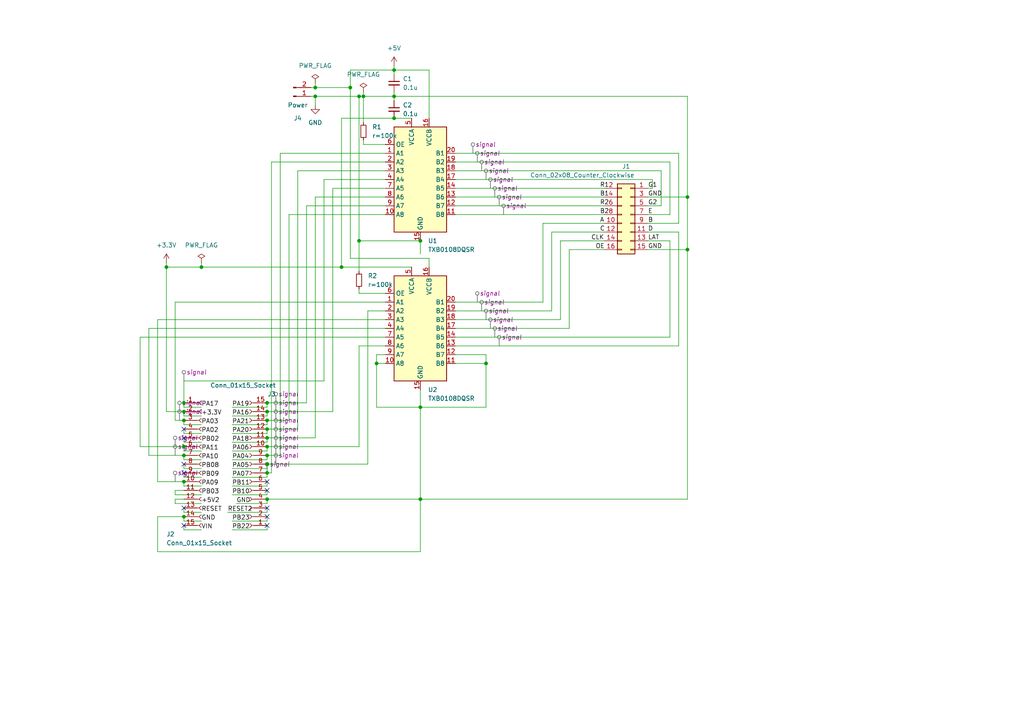
<source format=kicad_sch>
(kicad_sch (version 20230121) (generator eeschema)

  (uuid 74ddfcee-fcec-4e00-880d-25eef1dc4f86)

  (paper "A4")

  (lib_symbols
    (symbol "Connector:Conn_01x02_Pin" (pin_names (offset 1.016) hide) (in_bom yes) (on_board yes)
      (property "Reference" "J" (at 0 2.54 0)
        (effects (font (size 1.27 1.27)))
      )
      (property "Value" "Conn_01x02_Pin" (at 0 -5.08 0)
        (effects (font (size 1.27 1.27)))
      )
      (property "Footprint" "" (at 0 0 0)
        (effects (font (size 1.27 1.27)) hide)
      )
      (property "Datasheet" "~" (at 0 0 0)
        (effects (font (size 1.27 1.27)) hide)
      )
      (property "ki_locked" "" (at 0 0 0)
        (effects (font (size 1.27 1.27)))
      )
      (property "ki_keywords" "connector" (at 0 0 0)
        (effects (font (size 1.27 1.27)) hide)
      )
      (property "ki_description" "Generic connector, single row, 01x02, script generated" (at 0 0 0)
        (effects (font (size 1.27 1.27)) hide)
      )
      (property "ki_fp_filters" "Connector*:*_1x??_*" (at 0 0 0)
        (effects (font (size 1.27 1.27)) hide)
      )
      (symbol "Conn_01x02_Pin_1_1"
        (polyline
          (pts
            (xy 1.27 -2.54)
            (xy 0.8636 -2.54)
          )
          (stroke (width 0.1524) (type default))
          (fill (type none))
        )
        (polyline
          (pts
            (xy 1.27 0)
            (xy 0.8636 0)
          )
          (stroke (width 0.1524) (type default))
          (fill (type none))
        )
        (rectangle (start 0.8636 -2.413) (end 0 -2.667)
          (stroke (width 0.1524) (type default))
          (fill (type outline))
        )
        (rectangle (start 0.8636 0.127) (end 0 -0.127)
          (stroke (width 0.1524) (type default))
          (fill (type outline))
        )
        (pin passive line (at 5.08 0 180) (length 3.81)
          (name "Pin_1" (effects (font (size 1.27 1.27))))
          (number "1" (effects (font (size 1.27 1.27))))
        )
        (pin passive line (at 5.08 -2.54 180) (length 3.81)
          (name "Pin_2" (effects (font (size 1.27 1.27))))
          (number "2" (effects (font (size 1.27 1.27))))
        )
      )
    )
    (symbol "Connector:Conn_01x15_Socket" (pin_names (offset 1.016) hide) (in_bom yes) (on_board yes)
      (property "Reference" "J" (at 0 20.32 0)
        (effects (font (size 1.27 1.27)))
      )
      (property "Value" "Conn_01x15_Socket" (at 0 -20.32 0)
        (effects (font (size 1.27 1.27)))
      )
      (property "Footprint" "" (at 0 0 0)
        (effects (font (size 1.27 1.27)) hide)
      )
      (property "Datasheet" "~" (at 0 0 0)
        (effects (font (size 1.27 1.27)) hide)
      )
      (property "ki_locked" "" (at 0 0 0)
        (effects (font (size 1.27 1.27)))
      )
      (property "ki_keywords" "connector" (at 0 0 0)
        (effects (font (size 1.27 1.27)) hide)
      )
      (property "ki_description" "Generic connector, single row, 01x15, script generated" (at 0 0 0)
        (effects (font (size 1.27 1.27)) hide)
      )
      (property "ki_fp_filters" "Connector*:*_1x??_*" (at 0 0 0)
        (effects (font (size 1.27 1.27)) hide)
      )
      (symbol "Conn_01x15_Socket_1_1"
        (arc (start 0 -17.272) (mid -0.5058 -17.78) (end 0 -18.288)
          (stroke (width 0.1524) (type default))
          (fill (type none))
        )
        (arc (start 0 -14.732) (mid -0.5058 -15.24) (end 0 -15.748)
          (stroke (width 0.1524) (type default))
          (fill (type none))
        )
        (arc (start 0 -12.192) (mid -0.5058 -12.7) (end 0 -13.208)
          (stroke (width 0.1524) (type default))
          (fill (type none))
        )
        (arc (start 0 -9.652) (mid -0.5058 -10.16) (end 0 -10.668)
          (stroke (width 0.1524) (type default))
          (fill (type none))
        )
        (arc (start 0 -7.112) (mid -0.5058 -7.62) (end 0 -8.128)
          (stroke (width 0.1524) (type default))
          (fill (type none))
        )
        (arc (start 0 -4.572) (mid -0.5058 -5.08) (end 0 -5.588)
          (stroke (width 0.1524) (type default))
          (fill (type none))
        )
        (arc (start 0 -2.032) (mid -0.5058 -2.54) (end 0 -3.048)
          (stroke (width 0.1524) (type default))
          (fill (type none))
        )
        (polyline
          (pts
            (xy -1.27 -17.78)
            (xy -0.508 -17.78)
          )
          (stroke (width 0.1524) (type default))
          (fill (type none))
        )
        (polyline
          (pts
            (xy -1.27 -15.24)
            (xy -0.508 -15.24)
          )
          (stroke (width 0.1524) (type default))
          (fill (type none))
        )
        (polyline
          (pts
            (xy -1.27 -12.7)
            (xy -0.508 -12.7)
          )
          (stroke (width 0.1524) (type default))
          (fill (type none))
        )
        (polyline
          (pts
            (xy -1.27 -10.16)
            (xy -0.508 -10.16)
          )
          (stroke (width 0.1524) (type default))
          (fill (type none))
        )
        (polyline
          (pts
            (xy -1.27 -7.62)
            (xy -0.508 -7.62)
          )
          (stroke (width 0.1524) (type default))
          (fill (type none))
        )
        (polyline
          (pts
            (xy -1.27 -5.08)
            (xy -0.508 -5.08)
          )
          (stroke (width 0.1524) (type default))
          (fill (type none))
        )
        (polyline
          (pts
            (xy -1.27 -2.54)
            (xy -0.508 -2.54)
          )
          (stroke (width 0.1524) (type default))
          (fill (type none))
        )
        (polyline
          (pts
            (xy -1.27 0)
            (xy -0.508 0)
          )
          (stroke (width 0.1524) (type default))
          (fill (type none))
        )
        (polyline
          (pts
            (xy -1.27 2.54)
            (xy -0.508 2.54)
          )
          (stroke (width 0.1524) (type default))
          (fill (type none))
        )
        (polyline
          (pts
            (xy -1.27 5.08)
            (xy -0.508 5.08)
          )
          (stroke (width 0.1524) (type default))
          (fill (type none))
        )
        (polyline
          (pts
            (xy -1.27 7.62)
            (xy -0.508 7.62)
          )
          (stroke (width 0.1524) (type default))
          (fill (type none))
        )
        (polyline
          (pts
            (xy -1.27 10.16)
            (xy -0.508 10.16)
          )
          (stroke (width 0.1524) (type default))
          (fill (type none))
        )
        (polyline
          (pts
            (xy -1.27 12.7)
            (xy -0.508 12.7)
          )
          (stroke (width 0.1524) (type default))
          (fill (type none))
        )
        (polyline
          (pts
            (xy -1.27 15.24)
            (xy -0.508 15.24)
          )
          (stroke (width 0.1524) (type default))
          (fill (type none))
        )
        (polyline
          (pts
            (xy -1.27 17.78)
            (xy -0.508 17.78)
          )
          (stroke (width 0.1524) (type default))
          (fill (type none))
        )
        (arc (start 0 0.508) (mid -0.5058 0) (end 0 -0.508)
          (stroke (width 0.1524) (type default))
          (fill (type none))
        )
        (arc (start 0 3.048) (mid -0.5058 2.54) (end 0 2.032)
          (stroke (width 0.1524) (type default))
          (fill (type none))
        )
        (arc (start 0 5.588) (mid -0.5058 5.08) (end 0 4.572)
          (stroke (width 0.1524) (type default))
          (fill (type none))
        )
        (arc (start 0 8.128) (mid -0.5058 7.62) (end 0 7.112)
          (stroke (width 0.1524) (type default))
          (fill (type none))
        )
        (arc (start 0 10.668) (mid -0.5058 10.16) (end 0 9.652)
          (stroke (width 0.1524) (type default))
          (fill (type none))
        )
        (arc (start 0 13.208) (mid -0.5058 12.7) (end 0 12.192)
          (stroke (width 0.1524) (type default))
          (fill (type none))
        )
        (arc (start 0 15.748) (mid -0.5058 15.24) (end 0 14.732)
          (stroke (width 0.1524) (type default))
          (fill (type none))
        )
        (arc (start 0 18.288) (mid -0.5058 17.78) (end 0 17.272)
          (stroke (width 0.1524) (type default))
          (fill (type none))
        )
        (pin passive line (at -5.08 17.78 0) (length 3.81)
          (name "Pin_1" (effects (font (size 1.27 1.27))))
          (number "1" (effects (font (size 1.27 1.27))))
        )
        (pin passive line (at -5.08 -5.08 0) (length 3.81)
          (name "Pin_10" (effects (font (size 1.27 1.27))))
          (number "10" (effects (font (size 1.27 1.27))))
        )
        (pin passive line (at -5.08 -7.62 0) (length 3.81)
          (name "Pin_11" (effects (font (size 1.27 1.27))))
          (number "11" (effects (font (size 1.27 1.27))))
        )
        (pin passive line (at -5.08 -10.16 0) (length 3.81)
          (name "Pin_12" (effects (font (size 1.27 1.27))))
          (number "12" (effects (font (size 1.27 1.27))))
        )
        (pin passive line (at -5.08 -12.7 0) (length 3.81)
          (name "Pin_13" (effects (font (size 1.27 1.27))))
          (number "13" (effects (font (size 1.27 1.27))))
        )
        (pin passive line (at -5.08 -15.24 0) (length 3.81)
          (name "Pin_14" (effects (font (size 1.27 1.27))))
          (number "14" (effects (font (size 1.27 1.27))))
        )
        (pin passive line (at -5.08 -17.78 0) (length 3.81)
          (name "Pin_15" (effects (font (size 1.27 1.27))))
          (number "15" (effects (font (size 1.27 1.27))))
        )
        (pin passive line (at -5.08 15.24 0) (length 3.81)
          (name "Pin_2" (effects (font (size 1.27 1.27))))
          (number "2" (effects (font (size 1.27 1.27))))
        )
        (pin passive line (at -5.08 12.7 0) (length 3.81)
          (name "Pin_3" (effects (font (size 1.27 1.27))))
          (number "3" (effects (font (size 1.27 1.27))))
        )
        (pin passive line (at -5.08 10.16 0) (length 3.81)
          (name "Pin_4" (effects (font (size 1.27 1.27))))
          (number "4" (effects (font (size 1.27 1.27))))
        )
        (pin passive line (at -5.08 7.62 0) (length 3.81)
          (name "Pin_5" (effects (font (size 1.27 1.27))))
          (number "5" (effects (font (size 1.27 1.27))))
        )
        (pin passive line (at -5.08 5.08 0) (length 3.81)
          (name "Pin_6" (effects (font (size 1.27 1.27))))
          (number "6" (effects (font (size 1.27 1.27))))
        )
        (pin passive line (at -5.08 2.54 0) (length 3.81)
          (name "Pin_7" (effects (font (size 1.27 1.27))))
          (number "7" (effects (font (size 1.27 1.27))))
        )
        (pin passive line (at -5.08 0 0) (length 3.81)
          (name "Pin_8" (effects (font (size 1.27 1.27))))
          (number "8" (effects (font (size 1.27 1.27))))
        )
        (pin passive line (at -5.08 -2.54 0) (length 3.81)
          (name "Pin_9" (effects (font (size 1.27 1.27))))
          (number "9" (effects (font (size 1.27 1.27))))
        )
      )
    )
    (symbol "Connector_Generic:Conn_02x08_Odd_Even" (pin_names (offset 1.016) hide) (in_bom yes) (on_board yes)
      (property "Reference" "J" (at 1.27 10.16 0)
        (effects (font (size 1.27 1.27)))
      )
      (property "Value" "Conn_02x08_Odd_Even" (at 1.27 -12.7 0)
        (effects (font (size 1.27 1.27)))
      )
      (property "Footprint" "" (at 0 0 0)
        (effects (font (size 1.27 1.27)) hide)
      )
      (property "Datasheet" "~" (at 0 0 0)
        (effects (font (size 1.27 1.27)) hide)
      )
      (property "ki_keywords" "connector" (at 0 0 0)
        (effects (font (size 1.27 1.27)) hide)
      )
      (property "ki_description" "Generic connector, double row, 02x08, odd/even pin numbering scheme (row 1 odd numbers, row 2 even numbers), script generated (kicad-library-utils/schlib/autogen/connector/)" (at 0 0 0)
        (effects (font (size 1.27 1.27)) hide)
      )
      (property "ki_fp_filters" "Connector*:*_2x??_*" (at 0 0 0)
        (effects (font (size 1.27 1.27)) hide)
      )
      (symbol "Conn_02x08_Odd_Even_1_1"
        (rectangle (start -1.27 -10.033) (end 0 -10.287)
          (stroke (width 0.1524) (type default))
          (fill (type none))
        )
        (rectangle (start -1.27 -7.493) (end 0 -7.747)
          (stroke (width 0.1524) (type default))
          (fill (type none))
        )
        (rectangle (start -1.27 -4.953) (end 0 -5.207)
          (stroke (width 0.1524) (type default))
          (fill (type none))
        )
        (rectangle (start -1.27 -2.413) (end 0 -2.667)
          (stroke (width 0.1524) (type default))
          (fill (type none))
        )
        (rectangle (start -1.27 0.127) (end 0 -0.127)
          (stroke (width 0.1524) (type default))
          (fill (type none))
        )
        (rectangle (start -1.27 2.667) (end 0 2.413)
          (stroke (width 0.1524) (type default))
          (fill (type none))
        )
        (rectangle (start -1.27 5.207) (end 0 4.953)
          (stroke (width 0.1524) (type default))
          (fill (type none))
        )
        (rectangle (start -1.27 7.747) (end 0 7.493)
          (stroke (width 0.1524) (type default))
          (fill (type none))
        )
        (rectangle (start -1.27 8.89) (end 3.81 -11.43)
          (stroke (width 0.254) (type default))
          (fill (type background))
        )
        (rectangle (start 3.81 -10.033) (end 2.54 -10.287)
          (stroke (width 0.1524) (type default))
          (fill (type none))
        )
        (rectangle (start 3.81 -7.493) (end 2.54 -7.747)
          (stroke (width 0.1524) (type default))
          (fill (type none))
        )
        (rectangle (start 3.81 -4.953) (end 2.54 -5.207)
          (stroke (width 0.1524) (type default))
          (fill (type none))
        )
        (rectangle (start 3.81 -2.413) (end 2.54 -2.667)
          (stroke (width 0.1524) (type default))
          (fill (type none))
        )
        (rectangle (start 3.81 0.127) (end 2.54 -0.127)
          (stroke (width 0.1524) (type default))
          (fill (type none))
        )
        (rectangle (start 3.81 2.667) (end 2.54 2.413)
          (stroke (width 0.1524) (type default))
          (fill (type none))
        )
        (rectangle (start 3.81 5.207) (end 2.54 4.953)
          (stroke (width 0.1524) (type default))
          (fill (type none))
        )
        (rectangle (start 3.81 7.747) (end 2.54 7.493)
          (stroke (width 0.1524) (type default))
          (fill (type none))
        )
        (pin passive line (at -5.08 7.62 0) (length 3.81)
          (name "Pin_1" (effects (font (size 1.27 1.27))))
          (number "1" (effects (font (size 1.27 1.27))))
        )
        (pin passive line (at 7.62 -2.54 180) (length 3.81)
          (name "Pin_10" (effects (font (size 1.27 1.27))))
          (number "10" (effects (font (size 1.27 1.27))))
        )
        (pin passive line (at -5.08 -5.08 0) (length 3.81)
          (name "Pin_11" (effects (font (size 1.27 1.27))))
          (number "11" (effects (font (size 1.27 1.27))))
        )
        (pin passive line (at 7.62 -5.08 180) (length 3.81)
          (name "Pin_12" (effects (font (size 1.27 1.27))))
          (number "12" (effects (font (size 1.27 1.27))))
        )
        (pin passive line (at -5.08 -7.62 0) (length 3.81)
          (name "Pin_13" (effects (font (size 1.27 1.27))))
          (number "13" (effects (font (size 1.27 1.27))))
        )
        (pin passive line (at 7.62 -7.62 180) (length 3.81)
          (name "Pin_14" (effects (font (size 1.27 1.27))))
          (number "14" (effects (font (size 1.27 1.27))))
        )
        (pin passive line (at -5.08 -10.16 0) (length 3.81)
          (name "Pin_15" (effects (font (size 1.27 1.27))))
          (number "15" (effects (font (size 1.27 1.27))))
        )
        (pin passive line (at 7.62 -10.16 180) (length 3.81)
          (name "Pin_16" (effects (font (size 1.27 1.27))))
          (number "16" (effects (font (size 1.27 1.27))))
        )
        (pin passive line (at 7.62 7.62 180) (length 3.81)
          (name "Pin_2" (effects (font (size 1.27 1.27))))
          (number "2" (effects (font (size 1.27 1.27))))
        )
        (pin passive line (at -5.08 5.08 0) (length 3.81)
          (name "Pin_3" (effects (font (size 1.27 1.27))))
          (number "3" (effects (font (size 1.27 1.27))))
        )
        (pin passive line (at 7.62 5.08 180) (length 3.81)
          (name "Pin_4" (effects (font (size 1.27 1.27))))
          (number "4" (effects (font (size 1.27 1.27))))
        )
        (pin passive line (at -5.08 2.54 0) (length 3.81)
          (name "Pin_5" (effects (font (size 1.27 1.27))))
          (number "5" (effects (font (size 1.27 1.27))))
        )
        (pin passive line (at 7.62 2.54 180) (length 3.81)
          (name "Pin_6" (effects (font (size 1.27 1.27))))
          (number "6" (effects (font (size 1.27 1.27))))
        )
        (pin passive line (at -5.08 0 0) (length 3.81)
          (name "Pin_7" (effects (font (size 1.27 1.27))))
          (number "7" (effects (font (size 1.27 1.27))))
        )
        (pin passive line (at 7.62 0 180) (length 3.81)
          (name "Pin_8" (effects (font (size 1.27 1.27))))
          (number "8" (effects (font (size 1.27 1.27))))
        )
        (pin passive line (at -5.08 -2.54 0) (length 3.81)
          (name "Pin_9" (effects (font (size 1.27 1.27))))
          (number "9" (effects (font (size 1.27 1.27))))
        )
      )
    )
    (symbol "Device:C_Small" (pin_numbers hide) (pin_names (offset 0.254) hide) (in_bom yes) (on_board yes)
      (property "Reference" "C" (at 0.254 1.778 0)
        (effects (font (size 1.27 1.27)) (justify left))
      )
      (property "Value" "C_Small" (at 0.254 -2.032 0)
        (effects (font (size 1.27 1.27)) (justify left))
      )
      (property "Footprint" "" (at 0 0 0)
        (effects (font (size 1.27 1.27)) hide)
      )
      (property "Datasheet" "~" (at 0 0 0)
        (effects (font (size 1.27 1.27)) hide)
      )
      (property "ki_keywords" "capacitor cap" (at 0 0 0)
        (effects (font (size 1.27 1.27)) hide)
      )
      (property "ki_description" "Unpolarized capacitor, small symbol" (at 0 0 0)
        (effects (font (size 1.27 1.27)) hide)
      )
      (property "ki_fp_filters" "C_*" (at 0 0 0)
        (effects (font (size 1.27 1.27)) hide)
      )
      (symbol "C_Small_0_1"
        (polyline
          (pts
            (xy -1.524 -0.508)
            (xy 1.524 -0.508)
          )
          (stroke (width 0.3302) (type default))
          (fill (type none))
        )
        (polyline
          (pts
            (xy -1.524 0.508)
            (xy 1.524 0.508)
          )
          (stroke (width 0.3048) (type default))
          (fill (type none))
        )
      )
      (symbol "C_Small_1_1"
        (pin passive line (at 0 2.54 270) (length 2.032)
          (name "~" (effects (font (size 1.27 1.27))))
          (number "1" (effects (font (size 1.27 1.27))))
        )
        (pin passive line (at 0 -2.54 90) (length 2.032)
          (name "~" (effects (font (size 1.27 1.27))))
          (number "2" (effects (font (size 1.27 1.27))))
        )
      )
    )
    (symbol "Device:R_Small" (pin_numbers hide) (pin_names (offset 0.254) hide) (in_bom yes) (on_board yes)
      (property "Reference" "R" (at 0.762 0.508 0)
        (effects (font (size 1.27 1.27)) (justify left))
      )
      (property "Value" "R_Small" (at 0.762 -1.016 0)
        (effects (font (size 1.27 1.27)) (justify left))
      )
      (property "Footprint" "" (at 0 0 0)
        (effects (font (size 1.27 1.27)) hide)
      )
      (property "Datasheet" "~" (at 0 0 0)
        (effects (font (size 1.27 1.27)) hide)
      )
      (property "ki_keywords" "R resistor" (at 0 0 0)
        (effects (font (size 1.27 1.27)) hide)
      )
      (property "ki_description" "Resistor, small symbol" (at 0 0 0)
        (effects (font (size 1.27 1.27)) hide)
      )
      (property "ki_fp_filters" "R_*" (at 0 0 0)
        (effects (font (size 1.27 1.27)) hide)
      )
      (symbol "R_Small_0_1"
        (rectangle (start -0.762 1.778) (end 0.762 -1.778)
          (stroke (width 0.2032) (type default))
          (fill (type none))
        )
      )
      (symbol "R_Small_1_1"
        (pin passive line (at 0 2.54 270) (length 0.762)
          (name "~" (effects (font (size 1.27 1.27))))
          (number "1" (effects (font (size 1.27 1.27))))
        )
        (pin passive line (at 0 -2.54 90) (length 0.762)
          (name "~" (effects (font (size 1.27 1.27))))
          (number "2" (effects (font (size 1.27 1.27))))
        )
      )
    )
    (symbol "Logic_LevelTranslator:TXB0108DQSR" (in_bom yes) (on_board yes)
      (property "Reference" "U" (at -6.35 16.51 0)
        (effects (font (size 1.27 1.27)))
      )
      (property "Value" "TXB0108DQSR" (at 3.81 16.51 0)
        (effects (font (size 1.27 1.27)) (justify left))
      )
      (property "Footprint" "Package_SON:USON-20_2x4mm_P0.4mm" (at 0 -19.05 0)
        (effects (font (size 1.27 1.27)) hide)
      )
      (property "Datasheet" "http://www.ti.com/lit/ds/symlink/txb0108.pdf" (at 0 -2.54 0)
        (effects (font (size 1.27 1.27)) hide)
      )
      (property "ki_keywords" "bidirectional voltage level translator" (at 0 0 0)
        (effects (font (size 1.27 1.27)) hide)
      )
      (property "ki_description" "8-bit bidirectional voltage level translator with auto-direction sensing USON package" (at 0 0 0)
        (effects (font (size 1.27 1.27)) hide)
      )
      (property "ki_fp_filters" "USON*2x4mm*P0.4mm*" (at 0 0 0)
        (effects (font (size 1.27 1.27)) hide)
      )
      (symbol "TXB0108DQSR_0_1"
        (rectangle (start -7.62 15.24) (end 7.62 -15.24)
          (stroke (width 0.254) (type default))
          (fill (type background))
        )
      )
      (symbol "TXB0108DQSR_1_1"
        (pin bidirectional line (at -10.16 7.62 0) (length 2.54)
          (name "A1" (effects (font (size 1.27 1.27))))
          (number "1" (effects (font (size 1.27 1.27))))
        )
        (pin bidirectional line (at -10.16 -10.16 0) (length 2.54)
          (name "A8" (effects (font (size 1.27 1.27))))
          (number "10" (effects (font (size 1.27 1.27))))
        )
        (pin bidirectional line (at 10.16 -10.16 180) (length 2.54)
          (name "B8" (effects (font (size 1.27 1.27))))
          (number "11" (effects (font (size 1.27 1.27))))
        )
        (pin bidirectional line (at 10.16 -7.62 180) (length 2.54)
          (name "B7" (effects (font (size 1.27 1.27))))
          (number "12" (effects (font (size 1.27 1.27))))
        )
        (pin bidirectional line (at 10.16 -5.08 180) (length 2.54)
          (name "B6" (effects (font (size 1.27 1.27))))
          (number "13" (effects (font (size 1.27 1.27))))
        )
        (pin bidirectional line (at 10.16 -2.54 180) (length 2.54)
          (name "B5" (effects (font (size 1.27 1.27))))
          (number "14" (effects (font (size 1.27 1.27))))
        )
        (pin power_in line (at 0 -17.78 90) (length 2.54)
          (name "GND" (effects (font (size 1.27 1.27))))
          (number "15" (effects (font (size 1.27 1.27))))
        )
        (pin power_in line (at 2.54 17.78 270) (length 2.54)
          (name "VCCB" (effects (font (size 1.27 1.27))))
          (number "16" (effects (font (size 1.27 1.27))))
        )
        (pin bidirectional line (at 10.16 0 180) (length 2.54)
          (name "B4" (effects (font (size 1.27 1.27))))
          (number "17" (effects (font (size 1.27 1.27))))
        )
        (pin bidirectional line (at 10.16 2.54 180) (length 2.54)
          (name "B3" (effects (font (size 1.27 1.27))))
          (number "18" (effects (font (size 1.27 1.27))))
        )
        (pin bidirectional line (at 10.16 5.08 180) (length 2.54)
          (name "B2" (effects (font (size 1.27 1.27))))
          (number "19" (effects (font (size 1.27 1.27))))
        )
        (pin bidirectional line (at -10.16 5.08 0) (length 2.54)
          (name "A2" (effects (font (size 1.27 1.27))))
          (number "2" (effects (font (size 1.27 1.27))))
        )
        (pin bidirectional line (at 10.16 7.62 180) (length 2.54)
          (name "B1" (effects (font (size 1.27 1.27))))
          (number "20" (effects (font (size 1.27 1.27))))
        )
        (pin bidirectional line (at -10.16 2.54 0) (length 2.54)
          (name "A3" (effects (font (size 1.27 1.27))))
          (number "3" (effects (font (size 1.27 1.27))))
        )
        (pin bidirectional line (at -10.16 0 0) (length 2.54)
          (name "A4" (effects (font (size 1.27 1.27))))
          (number "4" (effects (font (size 1.27 1.27))))
        )
        (pin power_in line (at -2.54 17.78 270) (length 2.54)
          (name "VCCA" (effects (font (size 1.27 1.27))))
          (number "5" (effects (font (size 1.27 1.27))))
        )
        (pin input line (at -10.16 10.16 0) (length 2.54)
          (name "OE" (effects (font (size 1.27 1.27))))
          (number "6" (effects (font (size 1.27 1.27))))
        )
        (pin bidirectional line (at -10.16 -2.54 0) (length 2.54)
          (name "A5" (effects (font (size 1.27 1.27))))
          (number "7" (effects (font (size 1.27 1.27))))
        )
        (pin bidirectional line (at -10.16 -5.08 0) (length 2.54)
          (name "A6" (effects (font (size 1.27 1.27))))
          (number "8" (effects (font (size 1.27 1.27))))
        )
        (pin bidirectional line (at -10.16 -7.62 0) (length 2.54)
          (name "A7" (effects (font (size 1.27 1.27))))
          (number "9" (effects (font (size 1.27 1.27))))
        )
      )
    )
    (symbol "power:+3.3V" (power) (pin_names (offset 0)) (in_bom yes) (on_board yes)
      (property "Reference" "#PWR" (at 0 -3.81 0)
        (effects (font (size 1.27 1.27)) hide)
      )
      (property "Value" "+3.3V" (at 0 3.556 0)
        (effects (font (size 1.27 1.27)))
      )
      (property "Footprint" "" (at 0 0 0)
        (effects (font (size 1.27 1.27)) hide)
      )
      (property "Datasheet" "" (at 0 0 0)
        (effects (font (size 1.27 1.27)) hide)
      )
      (property "ki_keywords" "global power" (at 0 0 0)
        (effects (font (size 1.27 1.27)) hide)
      )
      (property "ki_description" "Power symbol creates a global label with name \"+3.3V\"" (at 0 0 0)
        (effects (font (size 1.27 1.27)) hide)
      )
      (symbol "+3.3V_0_1"
        (polyline
          (pts
            (xy -0.762 1.27)
            (xy 0 2.54)
          )
          (stroke (width 0) (type default))
          (fill (type none))
        )
        (polyline
          (pts
            (xy 0 0)
            (xy 0 2.54)
          )
          (stroke (width 0) (type default))
          (fill (type none))
        )
        (polyline
          (pts
            (xy 0 2.54)
            (xy 0.762 1.27)
          )
          (stroke (width 0) (type default))
          (fill (type none))
        )
      )
      (symbol "+3.3V_1_1"
        (pin power_in line (at 0 0 90) (length 0) hide
          (name "+3.3V" (effects (font (size 1.27 1.27))))
          (number "1" (effects (font (size 1.27 1.27))))
        )
      )
    )
    (symbol "power:+5V" (power) (pin_names (offset 0)) (in_bom yes) (on_board yes)
      (property "Reference" "#PWR" (at 0 -3.81 0)
        (effects (font (size 1.27 1.27)) hide)
      )
      (property "Value" "+5V" (at 0 3.556 0)
        (effects (font (size 1.27 1.27)))
      )
      (property "Footprint" "" (at 0 0 0)
        (effects (font (size 1.27 1.27)) hide)
      )
      (property "Datasheet" "" (at 0 0 0)
        (effects (font (size 1.27 1.27)) hide)
      )
      (property "ki_keywords" "global power" (at 0 0 0)
        (effects (font (size 1.27 1.27)) hide)
      )
      (property "ki_description" "Power symbol creates a global label with name \"+5V\"" (at 0 0 0)
        (effects (font (size 1.27 1.27)) hide)
      )
      (symbol "+5V_0_1"
        (polyline
          (pts
            (xy -0.762 1.27)
            (xy 0 2.54)
          )
          (stroke (width 0) (type default))
          (fill (type none))
        )
        (polyline
          (pts
            (xy 0 0)
            (xy 0 2.54)
          )
          (stroke (width 0) (type default))
          (fill (type none))
        )
        (polyline
          (pts
            (xy 0 2.54)
            (xy 0.762 1.27)
          )
          (stroke (width 0) (type default))
          (fill (type none))
        )
      )
      (symbol "+5V_1_1"
        (pin power_in line (at 0 0 90) (length 0) hide
          (name "+5V" (effects (font (size 1.27 1.27))))
          (number "1" (effects (font (size 1.27 1.27))))
        )
      )
    )
    (symbol "power:GND" (power) (pin_names (offset 0)) (in_bom yes) (on_board yes)
      (property "Reference" "#PWR" (at 0 -6.35 0)
        (effects (font (size 1.27 1.27)) hide)
      )
      (property "Value" "GND" (at 0 -3.81 0)
        (effects (font (size 1.27 1.27)))
      )
      (property "Footprint" "" (at 0 0 0)
        (effects (font (size 1.27 1.27)) hide)
      )
      (property "Datasheet" "" (at 0 0 0)
        (effects (font (size 1.27 1.27)) hide)
      )
      (property "ki_keywords" "global power" (at 0 0 0)
        (effects (font (size 1.27 1.27)) hide)
      )
      (property "ki_description" "Power symbol creates a global label with name \"GND\" , ground" (at 0 0 0)
        (effects (font (size 1.27 1.27)) hide)
      )
      (symbol "GND_0_1"
        (polyline
          (pts
            (xy 0 0)
            (xy 0 -1.27)
            (xy 1.27 -1.27)
            (xy 0 -2.54)
            (xy -1.27 -1.27)
            (xy 0 -1.27)
          )
          (stroke (width 0) (type default))
          (fill (type none))
        )
      )
      (symbol "GND_1_1"
        (pin power_in line (at 0 0 270) (length 0) hide
          (name "GND" (effects (font (size 1.27 1.27))))
          (number "1" (effects (font (size 1.27 1.27))))
        )
      )
    )
    (symbol "power:PWR_FLAG" (power) (pin_numbers hide) (pin_names (offset 0) hide) (in_bom yes) (on_board yes)
      (property "Reference" "#FLG" (at 0 1.905 0)
        (effects (font (size 1.27 1.27)) hide)
      )
      (property "Value" "PWR_FLAG" (at 0 3.81 0)
        (effects (font (size 1.27 1.27)))
      )
      (property "Footprint" "" (at 0 0 0)
        (effects (font (size 1.27 1.27)) hide)
      )
      (property "Datasheet" "~" (at 0 0 0)
        (effects (font (size 1.27 1.27)) hide)
      )
      (property "ki_keywords" "flag power" (at 0 0 0)
        (effects (font (size 1.27 1.27)) hide)
      )
      (property "ki_description" "Special symbol for telling ERC where power comes from" (at 0 0 0)
        (effects (font (size 1.27 1.27)) hide)
      )
      (symbol "PWR_FLAG_0_0"
        (pin power_out line (at 0 0 90) (length 0)
          (name "pwr" (effects (font (size 1.27 1.27))))
          (number "1" (effects (font (size 1.27 1.27))))
        )
      )
      (symbol "PWR_FLAG_0_1"
        (polyline
          (pts
            (xy 0 0)
            (xy 0 1.27)
            (xy -1.016 1.905)
            (xy 0 2.54)
            (xy 1.016 1.905)
            (xy 0 1.27)
          )
          (stroke (width 0) (type default))
          (fill (type none))
        )
      )
    )
  )

  (junction (at 53.34 139.7) (diameter 0) (color 0 0 0 0)
    (uuid 08dbff1c-a142-4a36-8585-32dc634cb110)
  )
  (junction (at 77.47 132.08) (diameter 0) (color 0 0 0 0)
    (uuid 0fb4242a-b506-448d-9024-6a6004a6c406)
  )
  (junction (at 104.14 69.85) (diameter 0) (color 0 0 0 0)
    (uuid 20b73937-f080-4f30-8dfa-6650a027b47c)
  )
  (junction (at 77.47 124.46) (diameter 0) (color 0 0 0 0)
    (uuid 273ad9ec-8432-4697-ae31-26135ec9e6cb)
  )
  (junction (at 114.3 34.29) (diameter 0) (color 0 0 0 0)
    (uuid 2a8068ef-1f8c-490e-88da-813eda2b94b5)
  )
  (junction (at 77.47 129.54) (diameter 0) (color 0 0 0 0)
    (uuid 31a3cf11-4b01-4907-8b46-bfb03d4c15ee)
  )
  (junction (at 199.39 57.15) (diameter 0) (color 0 0 0 0)
    (uuid 330b3237-e98c-454a-b22d-12cdf5c096a7)
  )
  (junction (at 91.44 25.4) (diameter 0) (color 0 0 0 0)
    (uuid 3539e53e-2a1c-4a0a-96a1-aab23bb44b00)
  )
  (junction (at 114.3 27.94) (diameter 0) (color 0 0 0 0)
    (uuid 37ceb5f2-f629-4b33-b0d5-485bdcb788d2)
  )
  (junction (at 53.34 116.84) (diameter 0) (color 0 0 0 0)
    (uuid 3c323b81-dd5d-436a-b31e-f41c29827258)
  )
  (junction (at 91.44 27.94) (diameter 0) (color 0 0 0 0)
    (uuid 4f59cacb-b3a2-4190-856d-2bed9606b5bf)
  )
  (junction (at 53.34 129.54) (diameter 0) (color 0 0 0 0)
    (uuid 51049779-2dc5-41e4-8ba7-7079ed525402)
  )
  (junction (at 53.34 149.86) (diameter 0) (color 0 0 0 0)
    (uuid 52b19063-6395-4019-902e-d4ab2bce6298)
  )
  (junction (at 101.6 25.4) (diameter 0) (color 0 0 0 0)
    (uuid 52bd79de-0509-4325-91df-4d00f9888d62)
  )
  (junction (at 77.47 144.78) (diameter 0) (color 0 0 0 0)
    (uuid 58cd55cd-9a21-4c85-997f-fba6d827c7de)
  )
  (junction (at 48.26 77.47) (diameter 0) (color 0 0 0 0)
    (uuid 5acea1c7-87a5-4104-8d5d-7339f95a2de4)
  )
  (junction (at 77.47 121.92) (diameter 0) (color 0 0 0 0)
    (uuid 60f9d6d7-f6f0-4b78-aedb-6fc5ebb962d4)
  )
  (junction (at 77.47 119.38) (diameter 0) (color 0 0 0 0)
    (uuid 63f6a4b0-b20a-4530-b479-708097df5000)
  )
  (junction (at 53.34 132.08) (diameter 0) (color 0 0 0 0)
    (uuid 68e9060f-4a72-4b37-ba9b-29a2f9be2464)
  )
  (junction (at 77.47 134.62) (diameter 0) (color 0 0 0 0)
    (uuid 6a3664a3-d65d-4178-9837-2c21b1d32d69)
  )
  (junction (at 121.92 69.85) (diameter 0) (color 0 0 0 0)
    (uuid 81bb6832-c63b-4a5b-be79-2289ee8ce3c8)
  )
  (junction (at 114.3 20.32) (diameter 0) (color 0 0 0 0)
    (uuid 8a200e16-605d-49a9-ada1-0094c587e1e8)
  )
  (junction (at 121.92 118.11) (diameter 0) (color 0 0 0 0)
    (uuid 8eaff45e-a226-420a-bf59-0cf6a5bfc2ff)
  )
  (junction (at 109.22 105.41) (diameter 0) (color 0 0 0 0)
    (uuid 943e6853-e729-4130-9f17-e5a5e1a95efe)
  )
  (junction (at 140.97 105.41) (diameter 0) (color 0 0 0 0)
    (uuid 95dd4bec-b18a-445f-ad62-56cd650b1029)
  )
  (junction (at 77.47 137.16) (diameter 0) (color 0 0 0 0)
    (uuid a28003fc-0ae8-48f8-a6ff-8fae3853cb4a)
  )
  (junction (at 104.14 27.94) (diameter 0) (color 0 0 0 0)
    (uuid a39549ec-dc85-49d8-8f54-be5594abaf1d)
  )
  (junction (at 77.47 127) (diameter 0) (color 0 0 0 0)
    (uuid a7907167-bdea-49a5-88a8-8e4216879330)
  )
  (junction (at 53.34 121.92) (diameter 0) (color 0 0 0 0)
    (uuid a8085285-e885-4c52-9699-cc9e743ac1bb)
  )
  (junction (at 199.39 72.39) (diameter 0) (color 0 0 0 0)
    (uuid aba8f1ed-b67f-468d-9f4e-b236fd4189e4)
  )
  (junction (at 121.92 144.78) (diameter 0) (color 0 0 0 0)
    (uuid ad1a9997-86ea-4887-a777-e7eddd4043c3)
  )
  (junction (at 99.06 77.47) (diameter 0) (color 0 0 0 0)
    (uuid aeb2d2bf-bc6f-460b-bf6a-66e6e7fb5a7e)
  )
  (junction (at 105.41 27.94) (diameter 0) (color 0 0 0 0)
    (uuid bdd020f7-f0d2-45c6-9c02-57e237090731)
  )
  (junction (at 77.47 116.84) (diameter 0) (color 0 0 0 0)
    (uuid c06f3846-85a5-442a-8009-75752d751d36)
  )
  (junction (at 53.34 119.38) (diameter 0) (color 0 0 0 0)
    (uuid c8c6a3a7-2878-4785-ab8f-e72955a4c96d)
  )
  (junction (at 58.42 77.47) (diameter 0) (color 0 0 0 0)
    (uuid e4372e1c-3060-4186-8ecc-16d93f40c488)
  )

  (no_connect (at 53.34 134.62) (uuid 054108dd-ac19-49f0-9d2e-38ab47f89458))
  (no_connect (at 53.34 147.32) (uuid 0fdc426a-ef59-459e-b45a-e3fd38b2fa70))
  (no_connect (at 53.34 127) (uuid 46ed8fb5-03e8-42d9-871f-7d1a90557a46))
  (no_connect (at 53.34 152.4) (uuid 633e7c21-2a17-4676-bb70-258aa8ec4ae9))
  (no_connect (at 77.47 152.4) (uuid 72992c8b-a56c-47fa-bbe3-64ce0a74e1f1))
  (no_connect (at 53.34 137.16) (uuid 7786e837-e44d-4e33-896e-2bbe19648ea9))
  (no_connect (at 53.34 124.46) (uuid a10e38bd-e98b-4c7a-b41f-659e4960d321))
  (no_connect (at 77.47 149.86) (uuid ae850d4c-5dcd-4102-8f76-3c0a98568c0d))
  (no_connect (at 77.47 147.32) (uuid b66b3709-66bc-4cff-a2c2-3845cbfad608))
  (no_connect (at 77.47 139.7) (uuid d54ac3a3-bce6-4a4b-b7a3-71e8901eb406))
  (no_connect (at 77.47 142.24) (uuid f181cb4a-9550-434b-b37d-ccbcb81a2765))

  (wire (pts (xy 58.42 138.43) (xy 53.34 138.43))
    (stroke (width 0) (type default))
    (uuid 006b610d-cd7a-4c10-810c-125e22d43786)
  )
  (wire (pts (xy 53.34 116.84) (xy 53.34 110.49))
    (stroke (width 0) (type default))
    (uuid 00bb27fb-29df-4ed0-abe2-658dcb39a375)
  )
  (wire (pts (xy 105.41 26.67) (xy 105.41 27.94))
    (stroke (width 0) (type default))
    (uuid 01243668-8180-442c-aa3a-a0aea7fadfc4)
  )
  (wire (pts (xy 58.42 118.11) (xy 53.34 118.11))
    (stroke (width 0) (type default))
    (uuid 046b44f8-1dce-4810-8ec7-59b9a3c4cdc3)
  )
  (wire (pts (xy 48.26 77.47) (xy 58.42 77.47))
    (stroke (width 0) (type default))
    (uuid 05345a72-ff73-4fb7-8f95-320f67972871)
  )
  (wire (pts (xy 81.28 132.08) (xy 81.28 44.45))
    (stroke (width 0) (type default))
    (uuid 072c34f3-fa78-40aa-8cf2-da29fecf498f)
  )
  (wire (pts (xy 77.47 146.05) (xy 77.47 144.78))
    (stroke (width 0) (type default))
    (uuid 099e36e6-8136-4639-a5fb-7056969a57dc)
  )
  (wire (pts (xy 40.64 97.79) (xy 111.76 97.79))
    (stroke (width 0) (type default))
    (uuid 0a35c5f8-b88c-417f-8771-849a7b3f259c)
  )
  (wire (pts (xy 67.31 125.73) (xy 77.47 125.73))
    (stroke (width 0) (type default))
    (uuid 0b6747ed-05f1-495e-ba52-bbea76770999)
  )
  (wire (pts (xy 132.08 54.61) (xy 175.26 54.61))
    (stroke (width 0) (type default))
    (uuid 0e40cdcd-fb1b-4fdd-8179-c9dc9f3e76ae)
  )
  (wire (pts (xy 58.42 143.51) (xy 50.8 143.51))
    (stroke (width 0) (type default))
    (uuid 0e646a1d-6998-4ced-a0dd-b7bacea20e2a)
  )
  (wire (pts (xy 77.47 119.38) (xy 96.52 119.38))
    (stroke (width 0) (type default))
    (uuid 1001ebcc-1398-40d4-8ec5-5bb0f730c3a5)
  )
  (wire (pts (xy 114.3 27.94) (xy 199.39 27.94))
    (stroke (width 0) (type default))
    (uuid 12111d08-54c8-4b9f-8cfe-6b167a037b35)
  )
  (wire (pts (xy 58.42 151.13) (xy 53.34 151.13))
    (stroke (width 0) (type default))
    (uuid 124dc0c2-35e0-44c8-a4be-0314f9fbe674)
  )
  (wire (pts (xy 77.47 138.43) (xy 77.47 137.16))
    (stroke (width 0) (type default))
    (uuid 12740424-a297-4e7d-ac22-ead54223cc9a)
  )
  (wire (pts (xy 196.85 67.31) (xy 187.96 67.31))
    (stroke (width 0) (type default))
    (uuid 13d4b987-6230-48d4-90f0-6f08b783e651)
  )
  (wire (pts (xy 194.31 46.99) (xy 194.31 62.23))
    (stroke (width 0) (type default))
    (uuid 14a66185-b1b0-4010-b687-f478409dacf1)
  )
  (wire (pts (xy 77.47 125.73) (xy 77.47 124.46))
    (stroke (width 0) (type default))
    (uuid 17f7996f-0898-4b58-9c8d-77ca12d617d1)
  )
  (wire (pts (xy 53.34 133.35) (xy 53.34 132.08))
    (stroke (width 0) (type default))
    (uuid 18534fba-e06e-4393-84bc-1addd0738994)
  )
  (wire (pts (xy 132.08 57.15) (xy 175.26 57.15))
    (stroke (width 0) (type default))
    (uuid 19c2a88e-0c90-4612-869d-3f3cc4a80a77)
  )
  (wire (pts (xy 104.14 129.54) (xy 104.14 100.33))
    (stroke (width 0) (type default))
    (uuid 1b22312a-ea1f-4ac8-8d5f-404de5eaa8c5)
  )
  (wire (pts (xy 104.14 69.85) (xy 104.14 78.74))
    (stroke (width 0) (type default))
    (uuid 1c2b55e7-d883-4dec-8aa7-93218260646f)
  )
  (wire (pts (xy 104.14 100.33) (xy 111.76 100.33))
    (stroke (width 0) (type default))
    (uuid 1db772b7-7a69-480d-b9c2-1ec68638dbc4)
  )
  (wire (pts (xy 101.6 20.32) (xy 101.6 25.4))
    (stroke (width 0) (type default))
    (uuid 1e35ad0a-3364-4391-8c71-027a8201e8c3)
  )
  (wire (pts (xy 53.34 139.7) (xy 45.72 139.7))
    (stroke (width 0) (type default))
    (uuid 20a7dd8a-ac1d-4e40-ad5f-0029ecc80b9c)
  )
  (wire (pts (xy 157.48 64.77) (xy 175.26 64.77))
    (stroke (width 0) (type default))
    (uuid 2550b52f-8987-4186-808d-31d2e70d5eff)
  )
  (wire (pts (xy 109.22 118.11) (xy 121.92 118.11))
    (stroke (width 0) (type default))
    (uuid 25fd8d8d-8b0d-4331-ba72-276dd42437ad)
  )
  (wire (pts (xy 77.47 129.54) (xy 104.14 129.54))
    (stroke (width 0) (type default))
    (uuid 2720ea48-689b-430d-8373-640e2516d95e)
  )
  (wire (pts (xy 165.1 95.25) (xy 165.1 72.39))
    (stroke (width 0) (type default))
    (uuid 272f4aa4-0749-4a8a-921a-668005c1dd3c)
  )
  (wire (pts (xy 140.97 102.87) (xy 132.08 102.87))
    (stroke (width 0) (type default))
    (uuid 274e2db0-13c5-44ff-9cea-2ed03a74d4cf)
  )
  (wire (pts (xy 189.23 52.07) (xy 189.23 54.61))
    (stroke (width 0) (type default))
    (uuid 29db0e81-5bed-40c4-a514-57207c98b192)
  )
  (wire (pts (xy 191.77 49.53) (xy 191.77 59.69))
    (stroke (width 0) (type default))
    (uuid 2a531b4d-1bab-47ee-9dbe-89c9cb42cce4)
  )
  (wire (pts (xy 77.47 121.92) (xy 83.82 121.92))
    (stroke (width 0) (type default))
    (uuid 2b5fdf20-2b64-49ab-a694-0c5caa400051)
  )
  (wire (pts (xy 77.47 132.08) (xy 81.28 132.08))
    (stroke (width 0) (type default))
    (uuid 2d7f3acf-e47f-4efe-80b2-570dcd1f614c)
  )
  (wire (pts (xy 67.31 133.35) (xy 77.47 133.35))
    (stroke (width 0) (type default))
    (uuid 2deb9bc5-4d97-4dd1-a969-0c112aa8a9db)
  )
  (wire (pts (xy 105.41 27.94) (xy 114.3 27.94))
    (stroke (width 0) (type default))
    (uuid 2e3a7bcd-10be-42a6-99ae-9445381a2e34)
  )
  (wire (pts (xy 114.3 19.05) (xy 114.3 20.32))
    (stroke (width 0) (type default))
    (uuid 2eb9245d-3589-4679-9b93-e4ce4923a742)
  )
  (wire (pts (xy 86.36 124.46) (xy 86.36 49.53))
    (stroke (width 0) (type default))
    (uuid 30a8c1c9-dab0-48fe-ae6d-84c3b9ac1146)
  )
  (wire (pts (xy 132.08 95.25) (xy 165.1 95.25))
    (stroke (width 0) (type default))
    (uuid 30f00741-4701-4068-a1d0-d75925fa4350)
  )
  (wire (pts (xy 53.34 120.65) (xy 53.34 119.38))
    (stroke (width 0) (type default))
    (uuid 31910233-0f08-4dd3-b84c-30414aa7047d)
  )
  (wire (pts (xy 105.41 27.94) (xy 104.14 27.94))
    (stroke (width 0) (type default))
    (uuid 33fd8be4-f77a-49a2-aab6-7cc0f83074ee)
  )
  (wire (pts (xy 53.34 140.97) (xy 53.34 139.7))
    (stroke (width 0) (type default))
    (uuid 36d37f0a-0bc7-4719-b39d-8d4aaff7f2eb)
  )
  (wire (pts (xy 67.31 153.67) (xy 77.47 153.67))
    (stroke (width 0) (type default))
    (uuid 3a584072-dd6c-4d2c-bef5-0f474be17654)
  )
  (wire (pts (xy 77.47 123.19) (xy 77.47 121.92))
    (stroke (width 0) (type default))
    (uuid 3b6db273-e0c6-4ba8-bfff-fcf166103df3)
  )
  (wire (pts (xy 50.8 143.51) (xy 50.8 142.24))
    (stroke (width 0) (type default))
    (uuid 3cc2218a-18db-4315-b62c-f1575fa1d1c5)
  )
  (wire (pts (xy 77.47 116.84) (xy 77.47 118.11))
    (stroke (width 0) (type default))
    (uuid 3df30d80-fcfe-44b8-bf2b-a71792df8a27)
  )
  (wire (pts (xy 96.52 54.61) (xy 111.76 54.61))
    (stroke (width 0) (type default))
    (uuid 3ea45f11-5f95-4e66-bf51-5d61a47149a2)
  )
  (wire (pts (xy 53.34 148.59) (xy 53.34 147.32))
    (stroke (width 0) (type default))
    (uuid 3f9bad41-14f5-4b2c-9e54-b97d6aeef95a)
  )
  (wire (pts (xy 90.17 25.4) (xy 91.44 25.4))
    (stroke (width 0) (type default))
    (uuid 3f9ff2ff-db88-41dd-a865-e707906ab791)
  )
  (wire (pts (xy 199.39 72.39) (xy 199.39 144.78))
    (stroke (width 0) (type default))
    (uuid 4095e233-98b8-4714-b6e4-28a2722b79eb)
  )
  (wire (pts (xy 77.47 128.27) (xy 77.47 127))
    (stroke (width 0) (type default))
    (uuid 40d9e49e-363f-4576-9003-1142e81c879c)
  )
  (wire (pts (xy 162.56 92.71) (xy 162.56 69.85))
    (stroke (width 0) (type default))
    (uuid 436753aa-2917-4676-a54b-9b6f2abb8d7d)
  )
  (wire (pts (xy 67.31 143.51) (xy 77.47 143.51))
    (stroke (width 0) (type default))
    (uuid 43c93d48-073a-4190-8dce-9723ad33de48)
  )
  (wire (pts (xy 91.44 27.94) (xy 104.14 27.94))
    (stroke (width 0) (type default))
    (uuid 478b61c2-cb3c-4426-943f-19f3e2e568df)
  )
  (wire (pts (xy 91.44 57.15) (xy 111.76 57.15))
    (stroke (width 0) (type default))
    (uuid 485b25d0-25ff-4b22-a645-54a7f0d2ccf6)
  )
  (wire (pts (xy 88.9 59.69) (xy 111.76 59.69))
    (stroke (width 0) (type default))
    (uuid 4a47db60-121d-4023-bbf8-d39e2dae03c4)
  )
  (wire (pts (xy 194.31 69.85) (xy 187.96 69.85))
    (stroke (width 0) (type default))
    (uuid 4bfe34dc-5193-4d67-808d-7042779e24ec)
  )
  (wire (pts (xy 53.34 153.67) (xy 53.34 152.4))
    (stroke (width 0) (type default))
    (uuid 4ce35451-987d-4548-ae8a-50bb42610356)
  )
  (wire (pts (xy 140.97 118.11) (xy 121.92 118.11))
    (stroke (width 0) (type default))
    (uuid 4d31da72-bece-48b4-af82-585e4d15b8bf)
  )
  (wire (pts (xy 50.8 142.24) (xy 53.34 142.24))
    (stroke (width 0) (type default))
    (uuid 4e633edf-afd7-44fa-8574-9d9aa10f9acd)
  )
  (wire (pts (xy 53.34 110.49) (xy 93.98 110.49))
    (stroke (width 0) (type default))
    (uuid 4ee0d91e-4615-4636-9b7c-599cdfdae971)
  )
  (wire (pts (xy 105.41 41.91) (xy 111.76 41.91))
    (stroke (width 0) (type default))
    (uuid 4f8f7c45-3cb1-47bf-91f0-a3d4201bf171)
  )
  (wire (pts (xy 50.8 144.78) (xy 53.34 144.78))
    (stroke (width 0) (type default))
    (uuid 50076a26-c5e9-4d12-b082-de695679fc75)
  )
  (wire (pts (xy 114.3 29.21) (xy 114.3 27.94))
    (stroke (width 0) (type default))
    (uuid 516c6bc9-3f01-4356-a0d9-fcfb5bdf1958)
  )
  (wire (pts (xy 121.92 113.03) (xy 121.92 118.11))
    (stroke (width 0) (type default))
    (uuid 517ef356-616f-439b-ab57-9ddffcba43e1)
  )
  (wire (pts (xy 77.47 133.35) (xy 77.47 132.08))
    (stroke (width 0) (type default))
    (uuid 528cfcf1-5113-40dd-b278-4dcf0c7d6169)
  )
  (wire (pts (xy 109.22 102.87) (xy 109.22 105.41))
    (stroke (width 0) (type default))
    (uuid 52cef443-20be-4dd8-8e18-d8ebcbbbbcd5)
  )
  (wire (pts (xy 121.92 118.11) (xy 121.92 144.78))
    (stroke (width 0) (type default))
    (uuid 5313f21f-3d0b-4131-9888-452367dece9a)
  )
  (wire (pts (xy 132.08 90.17) (xy 160.02 90.17))
    (stroke (width 0) (type default))
    (uuid 56964795-460d-460c-b401-cf2cd1f2a4da)
  )
  (wire (pts (xy 50.8 146.05) (xy 50.8 144.78))
    (stroke (width 0) (type default))
    (uuid 56a2d54a-7d94-4d75-b309-c5a7d77c761f)
  )
  (wire (pts (xy 77.47 140.97) (xy 77.47 139.7))
    (stroke (width 0) (type default))
    (uuid 57a9fcc1-bbe5-49e0-a702-afd6feb2623f)
  )
  (wire (pts (xy 99.06 77.47) (xy 119.38 77.47))
    (stroke (width 0) (type default))
    (uuid 57abbdc4-ee1f-4040-81ea-9c32b1800a0b)
  )
  (wire (pts (xy 106.68 134.62) (xy 106.68 90.17))
    (stroke (width 0) (type default))
    (uuid 5b41b382-cb51-4f6b-9fe6-dcbb0e47052a)
  )
  (wire (pts (xy 58.42 153.67) (xy 53.34 153.67))
    (stroke (width 0) (type default))
    (uuid 5da86bd1-6e85-4370-8040-f8f9cad1b702)
  )
  (wire (pts (xy 91.44 27.94) (xy 90.17 27.94))
    (stroke (width 0) (type default))
    (uuid 5e1bc3fa-5670-4078-9de9-90dd3394655a)
  )
  (wire (pts (xy 165.1 72.39) (xy 175.26 72.39))
    (stroke (width 0) (type default))
    (uuid 5efde0da-a10f-4b02-8f41-ed0ec239a35c)
  )
  (wire (pts (xy 67.31 151.13) (xy 77.47 151.13))
    (stroke (width 0) (type default))
    (uuid 601db7c6-72d0-4796-be9c-0c7c20b82bad)
  )
  (wire (pts (xy 77.47 151.13) (xy 77.47 149.86))
    (stroke (width 0) (type default))
    (uuid 61e66c9e-c923-42b1-99b3-107fac757401)
  )
  (wire (pts (xy 199.39 72.39) (xy 199.39 57.15))
    (stroke (width 0) (type default))
    (uuid 636d9125-f96f-476c-9d03-3dfcbeed05cf)
  )
  (wire (pts (xy 58.42 128.27) (xy 53.34 128.27))
    (stroke (width 0) (type default))
    (uuid 64268b09-3f58-4d77-b297-47548d8d8486)
  )
  (wire (pts (xy 77.47 143.51) (xy 77.47 142.24))
    (stroke (width 0) (type default))
    (uuid 65be86a6-be91-4c36-a2a5-89cc9064a68e)
  )
  (wire (pts (xy 67.31 128.27) (xy 77.47 128.27))
    (stroke (width 0) (type default))
    (uuid 69b276a1-7ac8-40c5-a20c-91c656da879f)
  )
  (wire (pts (xy 58.42 77.47) (xy 99.06 77.47))
    (stroke (width 0) (type default))
    (uuid 6a9ba5f8-fdf6-4f59-a623-bec7be7e6194)
  )
  (wire (pts (xy 160.02 67.31) (xy 175.26 67.31))
    (stroke (width 0) (type default))
    (uuid 6f91849c-bebc-4a64-ae02-a3e5c0b8dfee)
  )
  (wire (pts (xy 132.08 87.63) (xy 157.48 87.63))
    (stroke (width 0) (type default))
    (uuid 6f9c663d-ac23-4291-ae65-27f7278109ef)
  )
  (wire (pts (xy 53.34 121.92) (xy 50.8 121.92))
    (stroke (width 0) (type default))
    (uuid 7008515d-07ec-4de8-b8c5-204207c26288)
  )
  (wire (pts (xy 81.28 44.45) (xy 111.76 44.45))
    (stroke (width 0) (type default))
    (uuid 707480d7-9b7d-41a5-b1c2-fdf8e0b61fca)
  )
  (wire (pts (xy 140.97 105.41) (xy 140.97 118.11))
    (stroke (width 0) (type default))
    (uuid 71556038-3cfa-4bde-96a1-42b9e86e8a0d)
  )
  (wire (pts (xy 58.42 125.73) (xy 53.34 125.73))
    (stroke (width 0) (type default))
    (uuid 73329ae6-8c35-4abb-8f57-438804360ca3)
  )
  (wire (pts (xy 58.42 140.97) (xy 53.34 140.97))
    (stroke (width 0) (type default))
    (uuid 73337326-eb4a-408a-94db-033f4c059f45)
  )
  (wire (pts (xy 99.06 34.29) (xy 114.3 34.29))
    (stroke (width 0) (type default))
    (uuid 7420ca8d-a9e3-439b-ba51-39a2893cb1ed)
  )
  (wire (pts (xy 58.42 146.05) (xy 50.8 146.05))
    (stroke (width 0) (type default))
    (uuid 75cb7e66-a7bc-4f75-a064-b3babdf731f1)
  )
  (wire (pts (xy 48.26 76.2) (xy 48.26 77.47))
    (stroke (width 0) (type default))
    (uuid 77c16618-4de7-4365-9038-cbd815c3826a)
  )
  (wire (pts (xy 196.85 64.77) (xy 187.96 64.77))
    (stroke (width 0) (type default))
    (uuid 77d035fd-2a5b-4cf3-8f57-764ce553013c)
  )
  (wire (pts (xy 105.41 27.94) (xy 105.41 35.56))
    (stroke (width 0) (type default))
    (uuid 7809fdc3-bbb7-44ca-bc7c-a8adf34abc4f)
  )
  (wire (pts (xy 109.22 105.41) (xy 111.76 105.41))
    (stroke (width 0) (type default))
    (uuid 789fa307-b8ff-4310-ae30-e31cbfa4e575)
  )
  (wire (pts (xy 53.34 149.86) (xy 45.72 149.86))
    (stroke (width 0) (type default))
    (uuid 78fc63ee-a9a0-41e9-98b3-096c8c2181a8)
  )
  (wire (pts (xy 53.34 130.81) (xy 53.34 129.54))
    (stroke (width 0) (type default))
    (uuid 7aa52d0e-7fdc-45b5-a8ef-b5d900fa3887)
  )
  (wire (pts (xy 40.64 129.54) (xy 40.64 97.79))
    (stroke (width 0) (type default))
    (uuid 7fe80a79-d340-4e80-92e1-2ddcdd7a25ff)
  )
  (wire (pts (xy 83.82 121.92) (xy 83.82 62.23))
    (stroke (width 0) (type default))
    (uuid 80561386-69fa-4a10-a621-8f6b0f8caceb)
  )
  (wire (pts (xy 77.47 118.11) (xy 67.31 118.11))
    (stroke (width 0) (type default))
    (uuid 817b2897-355a-4c43-a234-3f7bda41f99d)
  )
  (wire (pts (xy 121.92 73.66) (xy 121.92 69.85))
    (stroke (width 0) (type default))
    (uuid 8284aff6-8e48-4d0f-8cae-d65103d809b5)
  )
  (wire (pts (xy 58.42 135.89) (xy 53.34 135.89))
    (stroke (width 0) (type default))
    (uuid 839aaaee-cd5c-42fa-b7f9-a6987c0a7325)
  )
  (wire (pts (xy 114.3 27.94) (xy 114.3 26.67))
    (stroke (width 0) (type default))
    (uuid 841ac8f6-f535-4463-8539-ac1f1ec72b5b)
  )
  (wire (pts (xy 53.34 128.27) (xy 53.34 127))
    (stroke (width 0) (type default))
    (uuid 84feee1b-d713-4576-87da-6f1689e37364)
  )
  (wire (pts (xy 132.08 44.45) (xy 196.85 44.45))
    (stroke (width 0) (type default))
    (uuid 851afc98-1997-48e0-9e15-b3045a766ec0)
  )
  (wire (pts (xy 68.58 146.05) (xy 77.47 146.05))
    (stroke (width 0) (type default))
    (uuid 86a191d1-ec6c-446b-bdbb-3c8612bba561)
  )
  (wire (pts (xy 140.97 105.41) (xy 140.97 102.87))
    (stroke (width 0) (type default))
    (uuid 871730a0-53bc-4dd0-ae19-6225b655e844)
  )
  (wire (pts (xy 101.6 74.93) (xy 124.46 74.93))
    (stroke (width 0) (type default))
    (uuid 878b819f-f5ca-4074-b839-c7e93f9c5694)
  )
  (wire (pts (xy 66.04 148.59) (xy 77.47 148.59))
    (stroke (width 0) (type default))
    (uuid 893ab90c-b334-435f-b148-860815bc22fa)
  )
  (wire (pts (xy 58.42 76.2) (xy 58.42 77.47))
    (stroke (width 0) (type default))
    (uuid 8ba26bee-81bc-41f5-be03-ad852c2c8c8a)
  )
  (wire (pts (xy 109.22 105.41) (xy 109.22 118.11))
    (stroke (width 0) (type default))
    (uuid 8c64fbe5-d627-4718-85ed-83fb6871c98f)
  )
  (wire (pts (xy 194.31 69.85) (xy 194.31 97.79))
    (stroke (width 0) (type default))
    (uuid 8cb983ba-c729-4cc9-bea4-408954549eda)
  )
  (wire (pts (xy 86.36 49.53) (xy 111.76 49.53))
    (stroke (width 0) (type default))
    (uuid 8e11a832-ad35-4ef9-b2d4-c3bc0df7f3d3)
  )
  (wire (pts (xy 104.14 85.09) (xy 104.14 83.82))
    (stroke (width 0) (type default))
    (uuid 92b3afe5-fe82-4665-a4d3-9b2761b13bae)
  )
  (wire (pts (xy 77.47 148.59) (xy 77.47 147.32))
    (stroke (width 0) (type default))
    (uuid 941c1fbb-1bd5-47e0-80c8-d636990a49fc)
  )
  (wire (pts (xy 199.39 27.94) (xy 199.39 57.15))
    (stroke (width 0) (type default))
    (uuid 962d6494-ab99-4b41-a08f-e8c9c98c85c9)
  )
  (wire (pts (xy 53.34 119.38) (xy 48.26 119.38))
    (stroke (width 0) (type default))
    (uuid 97517f1a-df9b-4ce3-abfc-db43032274b0)
  )
  (wire (pts (xy 77.47 153.67) (xy 77.47 152.4))
    (stroke (width 0) (type default))
    (uuid 9825967d-bc89-4011-a51c-9a56cf498ee5)
  )
  (wire (pts (xy 104.14 85.09) (xy 111.76 85.09))
    (stroke (width 0) (type default))
    (uuid 98a4d9bf-264e-41a3-bab0-7fd2a84239ae)
  )
  (wire (pts (xy 121.92 144.78) (xy 199.39 144.78))
    (stroke (width 0) (type default))
    (uuid 9986d91c-313e-458c-b3a7-3814be011c6c)
  )
  (wire (pts (xy 83.82 62.23) (xy 111.76 62.23))
    (stroke (width 0) (type default))
    (uuid 9c4aed62-02b5-4bb2-9087-1be5065a7d78)
  )
  (wire (pts (xy 77.47 137.16) (xy 78.74 137.16))
    (stroke (width 0) (type default))
    (uuid 9d314992-d328-49a6-9f66-2b4f3e1c2b70)
  )
  (wire (pts (xy 132.08 100.33) (xy 196.85 100.33))
    (stroke (width 0) (type default))
    (uuid 9ed6fce6-9f00-4c2c-8d38-c4534fb3d395)
  )
  (wire (pts (xy 53.34 138.43) (xy 53.34 137.16))
    (stroke (width 0) (type default))
    (uuid 9f6fc5b4-afc6-4ffa-941f-137bf2ba60d7)
  )
  (wire (pts (xy 101.6 25.4) (xy 101.6 74.93))
    (stroke (width 0) (type default))
    (uuid 9fa951cb-6b0f-45e1-9cce-feddae2cd25b)
  )
  (wire (pts (xy 45.72 139.7) (xy 45.72 92.71))
    (stroke (width 0) (type default))
    (uuid a2c4de82-bff1-411c-8960-f321d06aab36)
  )
  (wire (pts (xy 67.31 140.97) (xy 77.47 140.97))
    (stroke (width 0) (type default))
    (uuid a3ccd468-161d-44b8-a2a4-f5632af14f48)
  )
  (wire (pts (xy 48.26 77.47) (xy 48.26 119.38))
    (stroke (width 0) (type default))
    (uuid a480a873-c668-4da0-80a5-02f9b027457f)
  )
  (wire (pts (xy 132.08 52.07) (xy 189.23 52.07))
    (stroke (width 0) (type default))
    (uuid a6b25e60-d0b4-4119-8f9d-f2307aafce77)
  )
  (wire (pts (xy 191.77 59.69) (xy 187.96 59.69))
    (stroke (width 0) (type default))
    (uuid a6d6a465-a42a-44c7-95be-0704473816a5)
  )
  (wire (pts (xy 78.74 46.99) (xy 111.76 46.99))
    (stroke (width 0) (type default))
    (uuid a85eeddf-590e-4660-856c-3e47f081f2c5)
  )
  (wire (pts (xy 45.72 92.71) (xy 111.76 92.71))
    (stroke (width 0) (type default))
    (uuid aa80d998-b128-4ebb-a6a4-2206408818d9)
  )
  (wire (pts (xy 162.56 69.85) (xy 175.26 69.85))
    (stroke (width 0) (type default))
    (uuid abbc11d3-66b7-454b-88a9-d7e025dbd4da)
  )
  (wire (pts (xy 50.8 121.92) (xy 50.8 87.63))
    (stroke (width 0) (type default))
    (uuid ae748f9c-00db-494d-b730-61c18811e79a)
  )
  (wire (pts (xy 106.68 90.17) (xy 111.76 90.17))
    (stroke (width 0) (type default))
    (uuid aea733cf-dbc6-4d93-871f-99914ede9c84)
  )
  (wire (pts (xy 67.31 135.89) (xy 77.47 135.89))
    (stroke (width 0) (type default))
    (uuid b117f63d-d98c-442b-a374-edc7cd3baa89)
  )
  (wire (pts (xy 77.47 144.78) (xy 121.92 144.78))
    (stroke (width 0) (type default))
    (uuid b1a6f5b2-dcc8-4765-8fbf-0a81fd604c54)
  )
  (wire (pts (xy 189.23 54.61) (xy 187.96 54.61))
    (stroke (width 0) (type default))
    (uuid b4f6a42a-bb61-4a8d-a94b-5ead83d51500)
  )
  (wire (pts (xy 104.14 69.85) (xy 121.92 69.85))
    (stroke (width 0) (type default))
    (uuid b69e3e87-4451-4342-b5fa-67bd44b0837a)
  )
  (wire (pts (xy 67.31 138.43) (xy 77.47 138.43))
    (stroke (width 0) (type default))
    (uuid b6fcba57-6717-4184-904e-b166a11a8003)
  )
  (wire (pts (xy 132.08 97.79) (xy 194.31 97.79))
    (stroke (width 0) (type default))
    (uuid b7fa3ed6-ad75-49a7-b173-f56b45a33197)
  )
  (wire (pts (xy 93.98 110.49) (xy 93.98 52.07))
    (stroke (width 0) (type default))
    (uuid b816a831-f65d-44fa-b7e3-a24f58805f33)
  )
  (wire (pts (xy 114.3 21.59) (xy 114.3 20.32))
    (stroke (width 0) (type default))
    (uuid b9149bca-e119-473d-9dda-1de64a90a333)
  )
  (wire (pts (xy 196.85 44.45) (xy 196.85 64.77))
    (stroke (width 0) (type default))
    (uuid b99f23b9-1008-4409-9a0d-009f94cb08b6)
  )
  (wire (pts (xy 77.47 135.89) (xy 77.47 134.62))
    (stroke (width 0) (type default))
    (uuid ba447dcf-666b-44f9-9e6e-772022ba3c22)
  )
  (wire (pts (xy 114.3 34.29) (xy 119.38 34.29))
    (stroke (width 0) (type default))
    (uuid bb5d5dc6-da62-4f06-8c9f-ff57db86f68c)
  )
  (wire (pts (xy 67.31 120.65) (xy 77.47 120.65))
    (stroke (width 0) (type default))
    (uuid bcbc3d51-d50b-4057-91b8-ae18eae6f0e4)
  )
  (wire (pts (xy 58.42 123.19) (xy 53.34 123.19))
    (stroke (width 0) (type default))
    (uuid bcd66f86-0caf-4560-ade4-98135aab476c)
  )
  (wire (pts (xy 132.08 49.53) (xy 191.77 49.53))
    (stroke (width 0) (type default))
    (uuid be0d3505-6aa5-4e48-8c6d-7ea6ebcd29bd)
  )
  (wire (pts (xy 88.9 116.84) (xy 88.9 59.69))
    (stroke (width 0) (type default))
    (uuid bf3caf94-8964-456a-8d2d-2e7ad48814ac)
  )
  (wire (pts (xy 99.06 77.47) (xy 99.06 34.29))
    (stroke (width 0) (type default))
    (uuid c07e442d-1e60-4e18-a5d4-11dc4aaac663)
  )
  (wire (pts (xy 53.34 118.11) (xy 53.34 116.84))
    (stroke (width 0) (type default))
    (uuid c0f39237-1049-4c22-a016-bdda71519c88)
  )
  (wire (pts (xy 105.41 40.64) (xy 105.41 41.91))
    (stroke (width 0) (type default))
    (uuid c1b654fa-4cee-49da-bf13-82eaf5d9d161)
  )
  (wire (pts (xy 58.42 120.65) (xy 53.34 120.65))
    (stroke (width 0) (type default))
    (uuid c24e3cb9-35ce-4313-aad4-0446c42d953a)
  )
  (wire (pts (xy 132.08 46.99) (xy 194.31 46.99))
    (stroke (width 0) (type default))
    (uuid c599d972-f794-4d69-b905-dba5d69fe553)
  )
  (wire (pts (xy 53.34 151.13) (xy 53.34 149.86))
    (stroke (width 0) (type default))
    (uuid c60e3868-aa44-47dd-8cb6-2b4a825c8469)
  )
  (wire (pts (xy 77.47 116.84) (xy 88.9 116.84))
    (stroke (width 0) (type default))
    (uuid c70813c1-db90-4b6b-b8cd-c987a7cb5361)
  )
  (wire (pts (xy 132.08 62.23) (xy 175.26 62.23))
    (stroke (width 0) (type default))
    (uuid c99c4e74-5bb2-46ed-8ae1-4723bf342937)
  )
  (wire (pts (xy 58.42 148.59) (xy 53.34 148.59))
    (stroke (width 0) (type default))
    (uuid ca7436ae-c9cb-4d52-a364-f922e23e0607)
  )
  (wire (pts (xy 111.76 102.87) (xy 109.22 102.87))
    (stroke (width 0) (type default))
    (uuid cb13faba-dc42-400f-acba-0e07f74079da)
  )
  (wire (pts (xy 114.3 20.32) (xy 124.46 20.32))
    (stroke (width 0) (type default))
    (uuid cc1fd2ed-9db8-4067-ae75-a9543c5a0bfb)
  )
  (wire (pts (xy 45.72 149.86) (xy 45.72 160.02))
    (stroke (width 0) (type default))
    (uuid cd539800-2e13-4273-9a5f-1cbe644f4f0a)
  )
  (wire (pts (xy 43.18 132.08) (xy 43.18 95.25))
    (stroke (width 0) (type default))
    (uuid ce6e7edb-ec7a-40ec-9206-26184dc97b56)
  )
  (wire (pts (xy 104.14 27.94) (xy 104.14 69.85))
    (stroke (width 0) (type default))
    (uuid d1db6e28-9c64-4abd-8775-0afaf362d7e7)
  )
  (wire (pts (xy 45.72 160.02) (xy 121.92 160.02))
    (stroke (width 0) (type default))
    (uuid d2679749-b787-4391-962a-fd1cc7f113f0)
  )
  (wire (pts (xy 78.74 137.16) (xy 78.74 46.99))
    (stroke (width 0) (type default))
    (uuid d2f663e6-8f25-4b0c-8d73-e01de01fb8f1)
  )
  (wire (pts (xy 124.46 74.93) (xy 124.46 77.47))
    (stroke (width 0) (type default))
    (uuid d53864b6-27bf-45d1-9ec8-3fa8e7888e86)
  )
  (wire (pts (xy 91.44 27.94) (xy 91.44 30.48))
    (stroke (width 0) (type default))
    (uuid d74c49fc-4938-4616-bc6f-afafc02e1f46)
  )
  (wire (pts (xy 132.08 105.41) (xy 140.97 105.41))
    (stroke (width 0) (type default))
    (uuid d7ba07ab-4da0-4993-a782-d0ea6f65b3ce)
  )
  (wire (pts (xy 91.44 24.13) (xy 91.44 25.4))
    (stroke (width 0) (type default))
    (uuid d8f2b4de-f5f3-4c3b-bd24-b162b7cbf51e)
  )
  (wire (pts (xy 101.6 20.32) (xy 114.3 20.32))
    (stroke (width 0) (type default))
    (uuid d96a1135-f4f9-401e-90c6-35f474bd9f05)
  )
  (wire (pts (xy 67.31 123.19) (xy 77.47 123.19))
    (stroke (width 0) (type default))
    (uuid dc4dcfb5-d5c8-4d25-832a-5eb3611c3bd9)
  )
  (wire (pts (xy 53.34 132.08) (xy 43.18 132.08))
    (stroke (width 0) (type default))
    (uuid ded2332a-43bc-4f99-ba24-bd261130bceb)
  )
  (wire (pts (xy 77.47 134.62) (xy 106.68 134.62))
    (stroke (width 0) (type default))
    (uuid dff5f7ce-aa01-4aca-ac01-971ce417ae9a)
  )
  (wire (pts (xy 132.08 92.71) (xy 162.56 92.71))
    (stroke (width 0) (type default))
    (uuid e00cfd18-84d4-47b7-b4d9-a57109a97e60)
  )
  (wire (pts (xy 121.92 144.78) (xy 121.92 160.02))
    (stroke (width 0) (type default))
    (uuid e0157d07-944f-448d-abdd-773e49ae862a)
  )
  (wire (pts (xy 96.52 119.38) (xy 96.52 54.61))
    (stroke (width 0) (type default))
    (uuid e1353712-a9cc-4e57-9c04-32ea9bd52e81)
  )
  (wire (pts (xy 124.46 20.32) (xy 124.46 34.29))
    (stroke (width 0) (type default))
    (uuid e312f70b-2856-4ef2-ad62-2e3c3fe84ceb)
  )
  (wire (pts (xy 53.34 129.54) (xy 40.64 129.54))
    (stroke (width 0) (type default))
    (uuid e4d5e77b-426b-4e9f-a476-331aefc543d0)
  )
  (wire (pts (xy 43.18 95.25) (xy 111.76 95.25))
    (stroke (width 0) (type default))
    (uuid e508b0df-ad4c-4655-bdff-996cf7fdca9d)
  )
  (wire (pts (xy 53.34 123.19) (xy 53.34 121.92))
    (stroke (width 0) (type default))
    (uuid e76a76ec-61a5-470c-844f-743d9a6408f1)
  )
  (wire (pts (xy 187.96 72.39) (xy 199.39 72.39))
    (stroke (width 0) (type default))
    (uuid e8cca39c-b66a-4152-a7fe-ae1e83c5e385)
  )
  (wire (pts (xy 58.42 133.35) (xy 53.34 133.35))
    (stroke (width 0) (type default))
    (uuid eacf574a-a9d3-466f-8b49-48b2dd650a62)
  )
  (wire (pts (xy 53.34 135.89) (xy 53.34 134.62))
    (stroke (width 0) (type default))
    (uuid eb9ed383-0867-4eb6-8db2-a9bd2901bb3a)
  )
  (wire (pts (xy 132.08 59.69) (xy 175.26 59.69))
    (stroke (width 0) (type default))
    (uuid ec69134e-1c19-4c01-92ba-9ce5d7ca21a9)
  )
  (wire (pts (xy 91.44 127) (xy 91.44 57.15))
    (stroke (width 0) (type default))
    (uuid eceaf349-3860-42f7-a5e1-1184dc60c9a7)
  )
  (wire (pts (xy 50.8 87.63) (xy 111.76 87.63))
    (stroke (width 0) (type default))
    (uuid ee4a9750-b38b-45df-a365-a0332c3a0425)
  )
  (wire (pts (xy 77.47 127) (xy 91.44 127))
    (stroke (width 0) (type default))
    (uuid f1016e9b-dfef-4672-9416-cb9e7e0a124e)
  )
  (wire (pts (xy 53.34 125.73) (xy 53.34 124.46))
    (stroke (width 0) (type default))
    (uuid f12c6ba4-7f7c-4334-9b1f-63cdf78f5d14)
  )
  (wire (pts (xy 196.85 100.33) (xy 196.85 67.31))
    (stroke (width 0) (type default))
    (uuid f2b1dcbe-75af-4ccc-bcd0-1198ed9cabe5)
  )
  (wire (pts (xy 67.31 130.81) (xy 77.47 130.81))
    (stroke (width 0) (type default))
    (uuid f411e25e-2985-4d2b-b946-a0c7535f6915)
  )
  (wire (pts (xy 93.98 52.07) (xy 111.76 52.07))
    (stroke (width 0) (type default))
    (uuid f7b1a59f-f76f-4237-a1d9-7d671815bd18)
  )
  (wire (pts (xy 91.44 25.4) (xy 101.6 25.4))
    (stroke (width 0) (type default))
    (uuid f8c53ee0-b975-4ac9-9b45-84382ee2c14f)
  )
  (wire (pts (xy 157.48 87.63) (xy 157.48 64.77))
    (stroke (width 0) (type default))
    (uuid f8cd077e-5363-4571-a256-f8aa9eb45157)
  )
  (wire (pts (xy 77.47 130.81) (xy 77.47 129.54))
    (stroke (width 0) (type default))
    (uuid f973733e-20ce-4a7e-be7d-13265a62cc7b)
  )
  (wire (pts (xy 160.02 90.17) (xy 160.02 67.31))
    (stroke (width 0) (type default))
    (uuid fa044a1c-f214-4ff9-83c8-305eb61e7228)
  )
  (wire (pts (xy 194.31 62.23) (xy 187.96 62.23))
    (stroke (width 0) (type default))
    (uuid fa99ec10-b853-4913-b975-3ef8294cdb30)
  )
  (wire (pts (xy 77.47 120.65) (xy 77.47 119.38))
    (stroke (width 0) (type default))
    (uuid fb437f10-8ad8-4359-a073-2553ceb703ef)
  )
  (wire (pts (xy 77.47 124.46) (xy 86.36 124.46))
    (stroke (width 0) (type default))
    (uuid fb8b8a10-427c-4b93-82e9-1e02def00f91)
  )
  (wire (pts (xy 187.96 57.15) (xy 199.39 57.15))
    (stroke (width 0) (type default))
    (uuid fd4ecabe-e5be-40d3-aabf-7098b6f9cd59)
  )
  (wire (pts (xy 58.42 130.81) (xy 53.34 130.81))
    (stroke (width 0) (type default))
    (uuid fd945049-c96a-461c-9894-a1d5de42628b)
  )

  (label "PA19" (at 67.31 118.11 0) (fields_autoplaced)
    (effects (font (size 1.27 1.27)) (justify left bottom))
    (uuid 035ec208-b47a-4d52-b273-cf54c48bb2b5)
  )
  (label "GND" (at 187.96 57.15 0) (fields_autoplaced)
    (effects (font (size 1.27 1.27)) (justify left bottom))
    (uuid 07639d6e-9ec7-41ad-8a95-e058ed5532e9)
  )
  (label "PB23" (at 67.31 151.13 0) (fields_autoplaced)
    (effects (font (size 1.27 1.27)) (justify left bottom))
    (uuid 07db2385-f40a-43a6-848b-fca5bf9d623b)
  )
  (label "A" (at 173.99 64.77 0) (fields_autoplaced)
    (effects (font (size 1.27 1.27)) (justify left bottom))
    (uuid 0c9f0ce9-49f7-417e-9301-23bc90562dba)
  )
  (label "E" (at 187.96 62.23 0) (fields_autoplaced)
    (effects (font (size 1.27 1.27)) (justify left bottom))
    (uuid 184b22a6-25e1-4209-8feb-e8ac7bd16627)
  )
  (label "VIN" (at 58.42 153.67 0) (fields_autoplaced)
    (effects (font (size 1.27 1.27)) (justify left bottom))
    (uuid 1883235e-d339-4e59-9ac7-5ffddf954b3f)
  )
  (label "PB10" (at 67.31 143.51 0) (fields_autoplaced)
    (effects (font (size 1.27 1.27)) (justify left bottom))
    (uuid 19f885d9-2d5f-455e-a7c3-ecbd662a5a8e)
  )
  (label "PA10" (at 58.42 133.35 0) (fields_autoplaced)
    (effects (font (size 1.27 1.27)) (justify left bottom))
    (uuid 1a8dbb64-5326-4bc9-b57d-5c22d9cd478d)
  )
  (label "GND" (at 68.58 146.05 0) (fields_autoplaced)
    (effects (font (size 1.27 1.27)) (justify left bottom))
    (uuid 3492fadc-d37b-4c1b-810a-ae875b2750dc)
  )
  (label "R1" (at 173.99 54.61 0) (fields_autoplaced)
    (effects (font (size 1.27 1.27)) (justify left bottom))
    (uuid 36e94ff6-238b-4352-92eb-8a12d7d940b6)
  )
  (label "+3.3V" (at 58.42 120.65 0) (fields_autoplaced)
    (effects (font (size 1.27 1.27)) (justify left bottom))
    (uuid 3a3951b7-3b9c-4278-acbc-21e07173b0c4)
  )
  (label "G1" (at 187.96 54.61 0) (fields_autoplaced)
    (effects (font (size 1.27 1.27)) (justify left bottom))
    (uuid 4658dab9-527f-4418-a3cb-7ebcf0633af7)
  )
  (label "GND" (at 187.96 72.39 0) (fields_autoplaced)
    (effects (font (size 1.27 1.27)) (justify left bottom))
    (uuid 4e2b0484-41fd-4455-8c0e-54779e7b5eba)
  )
  (label "+5V2" (at 58.42 146.05 0) (fields_autoplaced)
    (effects (font (size 1.27 1.27)) (justify left bottom))
    (uuid 4f54075c-d3a3-432b-b9d1-9bf4c25fb4af)
  )
  (label "PB08" (at 58.42 135.89 0) (fields_autoplaced)
    (effects (font (size 1.27 1.27)) (justify left bottom))
    (uuid 4fc66c39-4185-4c97-b665-e6e04cadcb09)
  )
  (label "B1" (at 173.99 57.15 0) (fields_autoplaced)
    (effects (font (size 1.27 1.27)) (justify left bottom))
    (uuid 4fe1ab7a-57cb-4579-8720-5abfd6123ac0)
  )
  (label "RESET" (at 58.42 148.59 0) (fields_autoplaced)
    (effects (font (size 1.27 1.27)) (justify left bottom))
    (uuid 556fae05-aa65-4bfb-a97f-163bb57a6216)
  )
  (label "PA04" (at 67.31 133.35 0) (fields_autoplaced)
    (effects (font (size 1.27 1.27)) (justify left bottom))
    (uuid 5998135e-df0e-470e-9ee0-f36787f6054b)
  )
  (label "PB03" (at 58.42 143.51 0) (fields_autoplaced)
    (effects (font (size 1.27 1.27)) (justify left bottom))
    (uuid 656625cb-a058-4706-bc10-0d33a382a6d7)
  )
  (label "R2" (at 173.99 59.69 0) (fields_autoplaced)
    (effects (font (size 1.27 1.27)) (justify left bottom))
    (uuid 65e9dfa2-66f9-4e3a-b805-c1340bcbf1e6)
  )
  (label "B" (at 187.96 64.77 0) (fields_autoplaced)
    (effects (font (size 1.27 1.27)) (justify left bottom))
    (uuid 6ae2c1cd-abf3-46df-a8a0-4e8d052705d1)
  )
  (label "PB22" (at 67.31 153.67 0) (fields_autoplaced)
    (effects (font (size 1.27 1.27)) (justify left bottom))
    (uuid 6bb73ce5-83ce-4c1f-b273-8e01efa455fd)
  )
  (label "PB09" (at 58.42 138.43 0) (fields_autoplaced)
    (effects (font (size 1.27 1.27)) (justify left bottom))
    (uuid 6c689037-2f1b-407d-a9be-3caf222c3a78)
  )
  (label "G2" (at 187.96 59.69 0) (fields_autoplaced)
    (effects (font (size 1.27 1.27)) (justify left bottom))
    (uuid 76bb17ea-27b7-46e5-96b8-a197bac31245)
  )
  (label "PA20" (at 67.31 125.73 0) (fields_autoplaced)
    (effects (font (size 1.27 1.27)) (justify left bottom))
    (uuid 783a8a6c-c0d6-4056-acfb-ac2a7c9088db)
  )
  (label "RESET2" (at 66.04 148.59 0) (fields_autoplaced)
    (effects (font (size 1.27 1.27)) (justify left bottom))
    (uuid 7a1836d9-325f-49fc-b883-4335b4aecf24)
  )
  (label "PA09" (at 58.42 140.97 0) (fields_autoplaced)
    (effects (font (size 1.27 1.27)) (justify left bottom))
    (uuid 7c875a8b-c78d-4a65-a90f-5c195d2862ff)
  )
  (label "GND" (at 58.42 151.13 0) (fields_autoplaced)
    (effects (font (size 1.27 1.27)) (justify left bottom))
    (uuid 80485e76-de05-4031-8313-7459baeca0d0)
  )
  (label "PA21" (at 67.31 123.19 0) (fields_autoplaced)
    (effects (font (size 1.27 1.27)) (justify left bottom))
    (uuid 8b67596a-0336-40d3-a61b-1a8f3c43a29d)
  )
  (label "PA02" (at 58.42 125.73 0) (fields_autoplaced)
    (effects (font (size 1.27 1.27)) (justify left bottom))
    (uuid 8ce46bb7-a7df-401d-8f60-c7c32e32b456)
  )
  (label "PA18" (at 67.31 128.27 0) (fields_autoplaced)
    (effects (font (size 1.27 1.27)) (justify left bottom))
    (uuid 8dc6450c-cee1-4b25-882c-17d6225529b0)
  )
  (label "PA05" (at 67.31 135.89 0) (fields_autoplaced)
    (effects (font (size 1.27 1.27)) (justify left bottom))
    (uuid 9521ff37-c26a-44af-82af-c7b1b4a4c581)
  )
  (label "CLK" (at 171.45 69.85 0) (fields_autoplaced)
    (effects (font (size 1.27 1.27)) (justify left bottom))
    (uuid a535a521-34c5-443b-89d0-f5e28aa82797)
  )
  (label "PB02" (at 58.42 128.27 0) (fields_autoplaced)
    (effects (font (size 1.27 1.27)) (justify left bottom))
    (uuid a7c7e17b-59a4-4b8d-8994-7d46345290b6)
  )
  (label "PA03" (at 58.42 123.19 0) (fields_autoplaced)
    (effects (font (size 1.27 1.27)) (justify left bottom))
    (uuid b50a720a-74ff-489a-b42d-8c203b53239b)
  )
  (label "D" (at 187.96 67.31 0) (fields_autoplaced)
    (effects (font (size 1.27 1.27)) (justify left bottom))
    (uuid b5224d2a-f3a5-4c97-8096-aff35796fb1f)
  )
  (label "LAT" (at 187.96 69.85 0) (fields_autoplaced)
    (effects (font (size 1.27 1.27)) (justify left bottom))
    (uuid c66be50c-82fc-446b-b757-1bba3b14051b)
  )
  (label "PA17" (at 58.42 118.11 0) (fields_autoplaced)
    (effects (font (size 1.27 1.27)) (justify left bottom))
    (uuid cc4cc43c-c79b-4033-97c7-57d05b0bb3a9)
  )
  (label "OE" (at 172.72 72.39 0) (fields_autoplaced)
    (effects (font (size 1.27 1.27)) (justify left bottom))
    (uuid d218b29b-cc26-4536-9bb7-9d138149d32d)
  )
  (label "B2" (at 173.99 62.23 0) (fields_autoplaced)
    (effects (font (size 1.27 1.27)) (justify left bottom))
    (uuid d5f1a95b-f17e-49e2-b424-0ff69b1301ff)
  )
  (label "PA07" (at 67.31 138.43 0) (fields_autoplaced)
    (effects (font (size 1.27 1.27)) (justify left bottom))
    (uuid d5fdaa7a-c7b2-4625-9da0-65d77dbb4e89)
  )
  (label "PA06" (at 67.31 130.81 0) (fields_autoplaced)
    (effects (font (size 1.27 1.27)) (justify left bottom))
    (uuid db562c9d-c79f-4973-9b97-d1a6d50a1dbc)
  )
  (label "C" (at 173.99 67.31 0) (fields_autoplaced)
    (effects (font (size 1.27 1.27)) (justify left bottom))
    (uuid e1b681ad-a778-4349-bd70-db9dd024bee9)
  )
  (label "PA11" (at 58.42 130.81 0) (fields_autoplaced)
    (effects (font (size 1.27 1.27)) (justify left bottom))
    (uuid eded1255-ea5d-460b-84e2-7d5e5217c005)
  )
  (label "PB11" (at 67.31 140.97 0) (fields_autoplaced)
    (effects (font (size 1.27 1.27)) (justify left bottom))
    (uuid f6cd74e2-c6d6-452b-acc1-0c3a6d13612a)
  )
  (label "PA16" (at 67.31 120.65 0) (fields_autoplaced)
    (effects (font (size 1.27 1.27)) (justify left bottom))
    (uuid f8ed42e4-2598-4b16-964c-3f25220942f0)
  )

  (netclass_flag "" (length 2.54) (shape round) (at 139.7 90.17 0) (fields_autoplaced)
    (effects (font (size 1.27 1.27)) (justify left bottom))
    (uuid 0a671252-42ee-4dcc-9abf-130403869071)
    (property "signal" "signal" (at 140.3985 87.63 0)
      (effects (font (size 1.27 1.27) italic) (justify left))
    )
  )
  (netclass_flag "" (length 2.54) (shape round) (at 80.01 129.54 0) (fields_autoplaced)
    (effects (font (size 1.27 1.27)) (justify left bottom))
    (uuid 0dc7aa0e-6141-4936-ab3e-d785813b5259)
    (property "signal" "signal" (at 80.7085 127 0)
      (effects (font (size 1.27 1.27) italic) (justify left))
    )
  )
  (netclass_flag "" (length 2.54) (shape round) (at 50.8 132.08 0) (fields_autoplaced)
    (effects (font (size 1.27 1.27)) (justify left bottom))
    (uuid 1dbaf526-1fa3-4fc1-8eca-ba7871364de7)
    (property "signal" "signal" (at 51.4985 129.54 0)
      (effects (font (size 1.27 1.27) italic) (justify left))
    )
  )
  (netclass_flag "" (length 2.54) (shape round) (at 140.97 92.71 0) (fields_autoplaced)
    (effects (font (size 1.27 1.27)) (justify left bottom))
    (uuid 1f0737d4-99cf-4009-a61e-be8739805318)
    (property "signal" "signal" (at 141.6685 90.17 0)
      (effects (font (size 1.27 1.27) italic) (justify left))
    )
  )
  (netclass_flag "" (length 2.54) (shape round) (at 80.01 134.62 0) (fields_autoplaced)
    (effects (font (size 1.27 1.27)) (justify left bottom))
    (uuid 20825d1c-9fcf-4af4-a40f-6f79b14ce761)
    (property "signal" "signal" (at 80.7085 132.08 0)
      (effects (font (size 1.27 1.27) italic) (justify left))
    )
  )
  (netclass_flag "" (length 2.54) (shape round) (at 77.47 137.16 0) (fields_autoplaced)
    (effects (font (size 1.27 1.27)) (justify left bottom))
    (uuid 262a8503-ff0b-4ed4-a014-5b0299097ce8)
    (property "signal" "signal" (at 78.1685 134.62 0)
      (effects (font (size 1.27 1.27) italic) (justify left))
    )
  )
  (netclass_flag "" (length 2.54) (shape round) (at 140.97 52.07 0) (fields_autoplaced)
    (effects (font (size 1.27 1.27)) (justify left bottom))
    (uuid 30faaf64-d072-44f0-bb28-2d5bff59ad7b)
    (property "signal" "signal" (at 141.6685 49.53 0)
      (effects (font (size 1.27 1.27) italic) (justify left))
    )
  )
  (netclass_flag "" (length 2.54) (shape round) (at 144.78 100.33 0) (fields_autoplaced)
    (effects (font (size 1.27 1.27)) (justify left bottom))
    (uuid 397e8abe-ea37-45fd-a697-ebb273e71655)
    (property "signal" "signal" (at 145.4785 97.79 0)
      (effects (font (size 1.27 1.27) italic) (justify left))
    )
  )
  (netclass_flag "" (length 2.54) (shape round) (at 80.01 116.84 0) (fields_autoplaced)
    (effects (font (size 1.27 1.27)) (justify left bottom))
    (uuid 3ca4e1e3-dfa2-4b31-8124-8ddd25e8ce75)
    (property "signal" "signal" (at 80.7085 114.3 0)
      (effects (font (size 1.27 1.27) italic) (justify left))
    )
  )
  (netclass_flag "" (length 2.54) (shape round) (at 53.34 110.49 0) (fields_autoplaced)
    (effects (font (size 1.27 1.27)) (justify left bottom))
    (uuid 5f4eeab1-0acd-4c25-a8c0-36853b1b6085)
    (property "signal" "signal" (at 54.0385 107.95 0)
      (effects (font (size 1.27 1.27) italic) (justify left))
    )
  )
  (netclass_flag "" (length 2.54) (shape round) (at 80.01 127 0) (fields_autoplaced)
    (effects (font (size 1.27 1.27)) (justify left bottom))
    (uuid 62574892-dedd-4d57-ae2b-62a2b48f354a)
    (property "signal" "signal" (at 80.7085 124.46 0)
      (effects (font (size 1.27 1.27) italic) (justify left))
    )
  )
  (netclass_flag "" (length 2.54) (shape round) (at 50.8 129.54 0) (fields_autoplaced)
    (effects (font (size 1.27 1.27)) (justify left bottom))
    (uuid 6d38ce43-a86e-4355-a9b3-38136f4fbdc8)
    (property "signal" "signal" (at 51.4985 127 0)
      (effects (font (size 1.27 1.27) italic) (justify left))
    )
  )
  (netclass_flag "" (length 2.54) (shape round) (at 80.01 132.08 0) (fields_autoplaced)
    (effects (font (size 1.27 1.27)) (justify left bottom))
    (uuid 75473175-4088-4137-88f2-de2680b8b080)
    (property "signal" "signal" (at 80.7085 129.54 0)
      (effects (font (size 1.27 1.27) italic) (justify left))
    )
  )
  (netclass_flag "" (length 2.54) (shape round) (at 52.07 119.38 0) (fields_autoplaced)
    (effects (font (size 1.27 1.27)) (justify left bottom))
    (uuid 76664896-3557-4ed7-9ca6-2b157922376b)
    (property "signal" "signal" (at 52.7685 116.84 0)
      (effects (font (size 1.27 1.27) italic) (justify left))
    )
  )
  (netclass_flag "" (length 2.54) (shape round) (at 144.78 59.69 0) (fields_autoplaced)
    (effects (font (size 1.27 1.27)) (justify left bottom))
    (uuid 7699c359-187e-452c-9149-dd643f647f29)
    (property "signal" "signal" (at 145.4785 57.15 0)
      (effects (font (size 1.27 1.27) italic) (justify left))
    )
  )
  (netclass_flag "" (length 2.54) (shape round) (at 139.7 49.53 0) (fields_autoplaced)
    (effects (font (size 1.27 1.27)) (justify left bottom))
    (uuid 7cdf76fe-0a09-4750-a141-7d024e890da3)
    (property "signal" "signal" (at 140.3985 46.99 0)
      (effects (font (size 1.27 1.27) italic) (justify left))
    )
  )
  (netclass_flag "" (length 2.54) (shape round) (at 142.24 95.25 0) (fields_autoplaced)
    (effects (font (size 1.27 1.27)) (justify left bottom))
    (uuid 9de92cd3-baef-47ab-8835-3dece831e2fd)
    (property "signal" "signal" (at 142.9385 92.71 0)
      (effects (font (size 1.27 1.27) italic) (justify left))
    )
  )
  (netclass_flag "" (length 2.54) (shape round) (at 146.05 62.23 0) (fields_autoplaced)
    (effects (font (size 1.27 1.27)) (justify left bottom))
    (uuid a6ad71e8-459f-4a5d-b1de-8fc03e89f25a)
    (property "signal" "signal" (at 146.7485 59.69 0)
      (effects (font (size 1.27 1.27) italic) (justify left))
    )
  )
  (netclass_flag "" (length 2.54) (shape round) (at 142.24 54.61 0) (fields_autoplaced)
    (effects (font (size 1.27 1.27)) (justify left bottom))
    (uuid a7177e16-8b09-4b92-8067-844025ae9bf1)
    (property "signal" "signal" (at 142.9385 52.07 0)
      (effects (font (size 1.27 1.27) italic) (justify left))
    )
  )
  (netclass_flag "" (length 2.54) (shape round) (at 52.07 121.92 0) (fields_autoplaced)
    (effects (font (size 1.27 1.27)) (justify left bottom))
    (uuid b5024168-3b28-4b09-948f-edbb0d3a6bc3)
    (property "signal" "signal" (at 52.7685 119.38 0)
      (effects (font (size 1.27 1.27) italic) (justify left))
    )
  )
  (netclass_flag "" (length 2.54) (shape round) (at 138.43 46.99 0) (fields_autoplaced)
    (effects (font (size 1.27 1.27)) (justify left bottom))
    (uuid bd66d08b-b1f8-420a-a617-ceaf3a3fe8a4)
    (property "signal" "signal" (at 139.1285 44.45 0)
      (effects (font (size 1.27 1.27) italic) (justify left))
    )
  )
  (netclass_flag "" (length 2.54) (shape round) (at 80.01 119.38 0) (fields_autoplaced)
    (effects (font (size 1.27 1.27)) (justify left bottom))
    (uuid cbda5cc1-8534-4230-a430-b6dc32d1a152)
    (property "signal" "signal" (at 80.7085 116.84 0)
      (effects (font (size 1.27 1.27) italic) (justify left))
    )
  )
  (netclass_flag "" (length 2.54) (shape round) (at 80.01 124.46 0) (fields_autoplaced)
    (effects (font (size 1.27 1.27)) (justify left bottom))
    (uuid d9b67350-e54b-4bd1-ae77-cff323192f7d)
    (property "signal" "signal" (at 80.7085 121.92 0)
      (effects (font (size 1.27 1.27) italic) (justify left))
    )
  )
  (netclass_flag "" (length 2.54) (shape round) (at 138.43 87.63 0) (fields_autoplaced)
    (effects (font (size 1.27 1.27)) (justify left bottom))
    (uuid de190392-dde0-44c0-a7e9-8b72c395a56a)
    (property "signal" "signal" (at 139.1285 85.09 0)
      (effects (font (size 1.27 1.27) italic) (justify left))
    )
  )
  (netclass_flag "" (length 2.54) (shape round) (at 80.01 121.92 0) (fields_autoplaced)
    (effects (font (size 1.27 1.27)) (justify left bottom))
    (uuid df99cc27-2a25-4a5c-8725-e77abef6982f)
    (property "signal" "signal" (at 80.7085 119.38 0)
      (effects (font (size 1.27 1.27) italic) (justify left))
    )
  )
  (netclass_flag "" (length 2.54) (shape round) (at 143.51 57.15 0) (fields_autoplaced)
    (effects (font (size 1.27 1.27)) (justify left bottom))
    (uuid e197419d-7ba8-4203-9e63-8242835d3eaa)
    (property "signal" "signal" (at 144.2085 54.61 0)
      (effects (font (size 1.27 1.27) italic) (justify left))
    )
  )
  (netclass_flag "" (length 2.54) (shape round) (at 137.16 44.45 0) (fields_autoplaced)
    (effects (font (size 1.27 1.27)) (justify left bottom))
    (uuid e5c9a0c3-4eb5-4e84-9e1d-8d16383cf2bc)
    (property "signal" "signal" (at 137.8585 41.91 0)
      (effects (font (size 1.27 1.27) italic) (justify left))
    )
  )
  (netclass_flag "" (length 2.54) (shape round) (at 50.8 139.7 0) (fields_autoplaced)
    (effects (font (size 1.27 1.27)) (justify left bottom))
    (uuid ec19f564-c845-4a15-8011-f8c3457880a9)
    (property "signal" "signal" (at 51.4985 137.16 0)
      (effects (font (size 1.27 1.27) italic) (justify left))
    )
  )
  (netclass_flag "" (length 2.54) (shape round) (at 143.51 97.79 0) (fields_autoplaced)
    (effects (font (size 1.27 1.27)) (justify left bottom))
    (uuid f3457d2e-fbb9-4372-8858-5dd7eebad203)
    (property "signal" "signal" (at 144.2085 95.25 0)
      (effects (font (size 1.27 1.27) italic) (justify left))
    )
  )

  (symbol (lib_id "Logic_LevelTranslator:TXB0108DQSR") (at 121.92 95.25 0) (unit 1)
    (in_bom yes) (on_board yes) (dnp no) (fields_autoplaced)
    (uuid 05e7d385-33f1-4904-b842-7d9cfb1b0a55)
    (property "Reference" "U2" (at 124.1141 113.03 0)
      (effects (font (size 1.27 1.27)) (justify left))
    )
    (property "Value" "TXB0108DQSR" (at 124.1141 115.57 0)
      (effects (font (size 1.27 1.27)) (justify left))
    )
    (property "Footprint" "Package_SON:USON-20_2x4mm_P0.4mm" (at 121.92 114.3 0)
      (effects (font (size 1.27 1.27)) hide)
    )
    (property "Datasheet" "http://www.ti.com/lit/ds/symlink/txb0108.pdf" (at 121.92 97.79 0)
      (effects (font (size 1.27 1.27)) hide)
    )
    (pin "1" (uuid 9f413e01-d198-4780-8586-49e176449412))
    (pin "10" (uuid 50277312-f5b9-4d3e-948a-fcd99b958392))
    (pin "11" (uuid 24cab650-222b-4b3c-804d-ed23ce2b4a7a))
    (pin "12" (uuid e542d5db-c7c8-4d60-86db-d675bea953c5))
    (pin "13" (uuid 0fde070a-7546-4d03-b0c4-6f5c94306646))
    (pin "14" (uuid db796a29-0504-4ea9-a78b-f923bdf6d435))
    (pin "15" (uuid 9f5ee08f-e8cf-4dcb-8f1e-4cc74fbde54f))
    (pin "16" (uuid 6804c6e4-8622-4c47-a95f-60fbeb945e6e))
    (pin "17" (uuid 7e70a5c3-2ad9-435e-9f0a-e711a48963a2))
    (pin "18" (uuid 29f6d4f2-2bdc-42e6-b70b-2878f907f688))
    (pin "19" (uuid db18e0bb-f058-4e97-8694-3e984c1cbf3d))
    (pin "2" (uuid 2654ae97-b2e2-490b-ab57-861e6d98ed3e))
    (pin "20" (uuid f41ff34e-1a33-4548-a631-297cf2f710ad))
    (pin "3" (uuid 0cd2d064-3d7a-4e0c-a892-c309dec85d17))
    (pin "4" (uuid 7b9e072b-ba71-48ab-bfde-6d6b7b12a669))
    (pin "5" (uuid 1c09ac3b-254f-468f-a412-dc2200c08828))
    (pin "6" (uuid 82a49362-f02c-4e7e-9e00-77ffcbb572f8))
    (pin "7" (uuid 341b5fe6-b8d6-4f0e-974e-8139c8f7ac57))
    (pin "8" (uuid 9f25235c-b529-4bdd-9a75-9084a862bb11))
    (pin "9" (uuid 1cab2f14-6eb0-4111-b557-6c44b2e62291))
    (instances
      (project "LvL_shifter_shield"
        (path "/74ddfcee-fcec-4e00-880d-25eef1dc4f86"
          (reference "U2") (unit 1)
        )
      )
    )
  )

  (symbol (lib_id "Logic_LevelTranslator:TXB0108DQSR") (at 121.92 52.07 0) (unit 1)
    (in_bom yes) (on_board yes) (dnp no) (fields_autoplaced)
    (uuid 0b6449e0-4f46-489c-a571-d52a1267ad7f)
    (property "Reference" "U1" (at 124.1141 69.85 0)
      (effects (font (size 1.27 1.27)) (justify left))
    )
    (property "Value" "TXB0108DQSR" (at 124.1141 72.39 0)
      (effects (font (size 1.27 1.27)) (justify left))
    )
    (property "Footprint" "Package_SON:USON-20_2x4mm_P0.4mm" (at 121.92 71.12 0)
      (effects (font (size 1.27 1.27)) hide)
    )
    (property "Datasheet" "http://www.ti.com/lit/ds/symlink/txb0108.pdf" (at 121.92 54.61 0)
      (effects (font (size 1.27 1.27)) hide)
    )
    (pin "1" (uuid 013b88d6-907d-4cb6-a592-992a10a95960))
    (pin "10" (uuid 44cd1b99-af82-4deb-b974-b7cec3d11d6a))
    (pin "11" (uuid b51ce534-221d-4577-baa0-2e01825486eb))
    (pin "12" (uuid 9b0dc734-fb88-4fad-a4cf-e3291fb225a5))
    (pin "13" (uuid 9d9634ad-dd6c-40ed-aabc-a71f3b156bc3))
    (pin "14" (uuid d1b6bfd8-4539-4cb3-808f-822458ee0936))
    (pin "15" (uuid a00b22df-633f-4084-b035-7d4d63a7efd2))
    (pin "16" (uuid c1895ce8-7126-48b4-b370-f66afab3e605))
    (pin "17" (uuid ec8d6bd2-ee9c-4085-9836-7a509a1b1f1d))
    (pin "18" (uuid 9ed00883-92fd-4362-af42-20b81e9b2bde))
    (pin "19" (uuid acc6e482-4109-4f3f-83d0-a3839d7084c2))
    (pin "2" (uuid 84aa7cd4-5440-4030-9206-dfcac63320c7))
    (pin "20" (uuid 94c0459b-dc13-4ee9-b402-fc337876f7cc))
    (pin "3" (uuid 8dba3213-7464-4e2b-b4a2-c117bdcfa344))
    (pin "4" (uuid d4acba72-aa1f-4f07-bc54-bece956cf059))
    (pin "5" (uuid a5cfd78c-bf59-45fa-a5dc-db1400d3a3b7))
    (pin "6" (uuid ade37cfa-d70e-49bb-ac84-f763d071c721))
    (pin "7" (uuid ea9b0e76-5b35-450d-b924-3588414069cf))
    (pin "8" (uuid 33af0aba-cbf0-4f99-8379-62d6eab02337))
    (pin "9" (uuid b5d72bf2-aaa7-4a9c-9102-177d2247d8f2))
    (instances
      (project "LvL_shifter_shield"
        (path "/74ddfcee-fcec-4e00-880d-25eef1dc4f86"
          (reference "U1") (unit 1)
        )
      )
    )
  )

  (symbol (lib_id "power:+5V") (at 114.3 19.05 0) (unit 1)
    (in_bom yes) (on_board yes) (dnp no) (fields_autoplaced)
    (uuid 29d518de-3983-4fa6-8eab-513888e50d46)
    (property "Reference" "#PWR02" (at 114.3 22.86 0)
      (effects (font (size 1.27 1.27)) hide)
    )
    (property "Value" "+5V" (at 114.3 13.97 0)
      (effects (font (size 1.27 1.27)))
    )
    (property "Footprint" "" (at 114.3 19.05 0)
      (effects (font (size 1.27 1.27)) hide)
    )
    (property "Datasheet" "" (at 114.3 19.05 0)
      (effects (font (size 1.27 1.27)) hide)
    )
    (pin "1" (uuid f699d6b4-1b40-467c-9c03-c4e281b5db87))
    (instances
      (project "LvL_shifter_shield"
        (path "/74ddfcee-fcec-4e00-880d-25eef1dc4f86"
          (reference "#PWR02") (unit 1)
        )
      )
    )
  )

  (symbol (lib_id "power:PWR_FLAG") (at 105.41 26.67 0) (unit 1)
    (in_bom yes) (on_board yes) (dnp no) (fields_autoplaced)
    (uuid 2cbfeb19-33b1-4f29-b738-6615278346e6)
    (property "Reference" "#FLG02" (at 105.41 24.765 0)
      (effects (font (size 1.27 1.27)) hide)
    )
    (property "Value" "PWR_FLAG" (at 105.41 21.59 0)
      (effects (font (size 1.27 1.27)))
    )
    (property "Footprint" "" (at 105.41 26.67 0)
      (effects (font (size 1.27 1.27)) hide)
    )
    (property "Datasheet" "~" (at 105.41 26.67 0)
      (effects (font (size 1.27 1.27)) hide)
    )
    (pin "1" (uuid 30527c6e-07f4-48b0-b249-a60f68d16360))
    (instances
      (project "LvL_shifter_shield"
        (path "/74ddfcee-fcec-4e00-880d-25eef1dc4f86"
          (reference "#FLG02") (unit 1)
        )
      )
    )
  )

  (symbol (lib_id "Connector_Generic:Conn_02x08_Odd_Even") (at 182.88 62.23 0) (mirror y) (unit 1)
    (in_bom yes) (on_board yes) (dnp no)
    (uuid 334d4fe3-0f1b-4e52-b5e4-e8d726fde136)
    (property "Reference" "J1" (at 181.61 48.26 0)
      (effects (font (size 1.27 1.27)))
    )
    (property "Value" "Conn_02x08_Counter_Clockwise" (at 168.91 50.8 0)
      (effects (font (size 1.27 1.27)))
    )
    (property "Footprint" "Connector_PinSocket_2.54mm:PinSocket_2x08_P2.54mm_Vertical" (at 182.88 62.23 0)
      (effects (font (size 1.27 1.27)) hide)
    )
    (property "Datasheet" "~" (at 182.88 62.23 0)
      (effects (font (size 1.27 1.27)) hide)
    )
    (pin "1" (uuid 54f062c8-bbd7-495b-a22d-621434c098aa))
    (pin "10" (uuid d1f87833-07b0-4f7e-ac0d-1a136d2a655f))
    (pin "11" (uuid a3130505-2eb5-4333-9fe2-7c92d4b9ddf6))
    (pin "12" (uuid d5586d5e-e676-4183-9b70-209f9ea509b0))
    (pin "13" (uuid 119e2f65-d602-4ef0-89ce-37f42d44cac5))
    (pin "14" (uuid 909322db-2c9f-4295-b591-315f03ed2c14))
    (pin "15" (uuid 9919221b-7e17-4cc0-813a-585c2688f463))
    (pin "16" (uuid 23b3bafb-5388-49c9-b641-7a27f807b272))
    (pin "2" (uuid 8e07cb25-079d-432e-9c66-ef22da8a43e1))
    (pin "3" (uuid 5a4a87cf-0211-4e72-9831-a23df0762f8f))
    (pin "4" (uuid 4f06263d-b45d-48b0-8697-72ca17547fd1))
    (pin "5" (uuid 36e953df-d89b-426f-b641-7fe6ac6125a6))
    (pin "6" (uuid edccb510-a126-4ba5-b3a1-dfed8e947c00))
    (pin "7" (uuid 1c5e3642-ee3a-436d-bd2a-8c8a9a81127f))
    (pin "8" (uuid ce1be00f-4c04-4411-93c4-d86279d28545))
    (pin "9" (uuid ab0fbe95-4b79-4142-9427-52e3dbc1f085))
    (instances
      (project "LvL_shifter_shield"
        (path "/74ddfcee-fcec-4e00-880d-25eef1dc4f86"
          (reference "J1") (unit 1)
        )
      )
    )
  )

  (symbol (lib_id "Connector:Conn_01x15_Socket") (at 72.39 134.62 180) (unit 1)
    (in_bom yes) (on_board yes) (dnp no)
    (uuid 35b2c9ae-31f1-4779-adc6-f44af4774c96)
    (property "Reference" "J3" (at 80.01 114.3 0)
      (effects (font (size 1.27 1.27)) (justify left))
    )
    (property "Value" "Conn_01x15_Socket" (at 80.01 111.76 0)
      (effects (font (size 1.27 1.27)) (justify left))
    )
    (property "Footprint" "Connector_PinSocket_2.54mm:PinSocket_1x15_P2.54mm_Vertical" (at 72.39 134.62 0)
      (effects (font (size 1.27 1.27)) hide)
    )
    (property "Datasheet" "~" (at 72.39 134.62 0)
      (effects (font (size 1.27 1.27)) hide)
    )
    (pin "1" (uuid f40eee82-3ac4-48be-8c0d-6b629bfdb2e6))
    (pin "10" (uuid 3d22ddb9-55f9-4a23-a965-5184b2208b31))
    (pin "11" (uuid 98b84e38-2449-4e1a-9837-136991c3a444))
    (pin "12" (uuid 3d247803-9084-4a37-9617-3113a69ddc67))
    (pin "13" (uuid 5e1b5fa4-ee4c-475f-886f-8c079c98a7e3))
    (pin "14" (uuid 031e55e8-4c5d-443c-95fd-0fcf69258ec6))
    (pin "15" (uuid c2b6ec84-2356-47ba-bb20-0ce9c45b82d4))
    (pin "2" (uuid 1784fb43-d344-40b2-9d83-8b9c8fd1fe18))
    (pin "3" (uuid 7df5fa96-25fc-4648-8f7d-0a6b013b69a7))
    (pin "4" (uuid c71f303b-b2b1-4653-bc9d-13a735553b57))
    (pin "5" (uuid 1a50993c-3a88-4ec8-ba1c-023e6426647f))
    (pin "6" (uuid 1753c9fc-3312-4e02-987c-b7d7850745de))
    (pin "7" (uuid cabad754-08cf-4118-b20c-4345ca49c8bc))
    (pin "8" (uuid 70115190-99f5-4756-8360-be0a6f6b8da2))
    (pin "9" (uuid fcd20d3d-6c8b-4b5f-8639-9e7a71ecca4f))
    (instances
      (project "LvL_shifter_shield"
        (path "/74ddfcee-fcec-4e00-880d-25eef1dc4f86"
          (reference "J3") (unit 1)
        )
      )
    )
  )

  (symbol (lib_id "power:PWR_FLAG") (at 91.44 24.13 0) (unit 1)
    (in_bom yes) (on_board yes) (dnp no) (fields_autoplaced)
    (uuid 50a99f04-56bf-400b-a56f-d7718c49bf79)
    (property "Reference" "#FLG01" (at 91.44 22.225 0)
      (effects (font (size 1.27 1.27)) hide)
    )
    (property "Value" "PWR_FLAG" (at 91.44 19.05 0)
      (effects (font (size 1.27 1.27)))
    )
    (property "Footprint" "" (at 91.44 24.13 0)
      (effects (font (size 1.27 1.27)) hide)
    )
    (property "Datasheet" "~" (at 91.44 24.13 0)
      (effects (font (size 1.27 1.27)) hide)
    )
    (pin "1" (uuid 85c339d2-17f0-439d-9464-14023a90efdc))
    (instances
      (project "LvL_shifter_shield"
        (path "/74ddfcee-fcec-4e00-880d-25eef1dc4f86"
          (reference "#FLG01") (unit 1)
        )
      )
    )
  )

  (symbol (lib_id "power:PWR_FLAG") (at 58.42 76.2 0) (unit 1)
    (in_bom yes) (on_board yes) (dnp no) (fields_autoplaced)
    (uuid 82d9af77-19cd-462e-9477-29dcac3544a6)
    (property "Reference" "#FLG03" (at 58.42 74.295 0)
      (effects (font (size 1.27 1.27)) hide)
    )
    (property "Value" "PWR_FLAG" (at 58.42 71.12 0)
      (effects (font (size 1.27 1.27)))
    )
    (property "Footprint" "" (at 58.42 76.2 0)
      (effects (font (size 1.27 1.27)) hide)
    )
    (property "Datasheet" "~" (at 58.42 76.2 0)
      (effects (font (size 1.27 1.27)) hide)
    )
    (pin "1" (uuid 08fec390-85c2-4b12-81f1-04eb21d5d5b7))
    (instances
      (project "LvL_shifter_shield"
        (path "/74ddfcee-fcec-4e00-880d-25eef1dc4f86"
          (reference "#FLG03") (unit 1)
        )
      )
    )
  )

  (symbol (lib_id "Connector:Conn_01x02_Pin") (at 85.09 27.94 0) (mirror x) (unit 1)
    (in_bom yes) (on_board yes) (dnp no)
    (uuid 89e5eecf-84db-415f-8a67-039ac46cf096)
    (property "Reference" "J4" (at 86.36 34.29 0)
      (effects (font (size 1.27 1.27)))
    )
    (property "Value" "Power" (at 86.36 30.48 0)
      (effects (font (size 1.27 1.27)))
    )
    (property "Footprint" "Connector_JST:JST_EH_S2B-EH_1x02_P2.50mm_Horizontal" (at 85.09 27.94 0)
      (effects (font (size 1.27 1.27)) hide)
    )
    (property "Datasheet" "~" (at 85.09 27.94 0)
      (effects (font (size 1.27 1.27)) hide)
    )
    (pin "1" (uuid a0fcad5e-1be0-4583-b9f0-1878fe8f59d5))
    (pin "2" (uuid fd34d471-ecf1-4859-ac4d-799b51ffcea0))
    (instances
      (project "LvL_shifter_shield"
        (path "/74ddfcee-fcec-4e00-880d-25eef1dc4f86"
          (reference "J4") (unit 1)
        )
      )
    )
  )

  (symbol (lib_id "Device:C_Small") (at 114.3 24.13 0) (unit 1)
    (in_bom yes) (on_board yes) (dnp no)
    (uuid a1274623-38e0-43a8-9a19-f456ba354043)
    (property "Reference" "C1" (at 116.84 22.8663 0)
      (effects (font (size 1.27 1.27)) (justify left))
    )
    (property "Value" "0.1u" (at 116.84 25.4 0)
      (effects (font (size 1.27 1.27)) (justify left))
    )
    (property "Footprint" "Capacitor_SMD:C_1206_3216Metric_Pad1.33x1.80mm_HandSolder" (at 114.3 24.13 0)
      (effects (font (size 1.27 1.27)) hide)
    )
    (property "Datasheet" "~" (at 114.3 24.13 0)
      (effects (font (size 1.27 1.27)) hide)
    )
    (property "Sim.Device" "C" (at 114.3 24.13 0)
      (effects (font (size 1.27 1.27)) hide)
    )
    (property "Sim.Pins" "1=+ 2=-" (at 114.3 24.13 0)
      (effects (font (size 1.27 1.27)) hide)
    )
    (pin "1" (uuid 4959d9fd-9571-42b5-a91b-7d57d0bc77ba))
    (pin "2" (uuid 3cf99574-9821-4074-8b97-441fd08db5ef))
    (instances
      (project "LvL_shifter_shield"
        (path "/74ddfcee-fcec-4e00-880d-25eef1dc4f86"
          (reference "C1") (unit 1)
        )
      )
    )
  )

  (symbol (lib_id "Device:R_Small") (at 105.41 38.1 0) (unit 1)
    (in_bom yes) (on_board yes) (dnp no) (fields_autoplaced)
    (uuid b23562aa-1163-425b-a387-ee54dfead973)
    (property "Reference" "R1" (at 107.95 36.83 0)
      (effects (font (size 1.27 1.27)) (justify left))
    )
    (property "Value" "${SIM.PARAMS}" (at 107.95 39.37 0)
      (effects (font (size 1.27 1.27)) (justify left))
    )
    (property "Footprint" "Resistor_SMD:R_1206_3216Metric_Pad1.30x1.75mm_HandSolder" (at 105.41 38.1 0)
      (effects (font (size 1.27 1.27)) hide)
    )
    (property "Datasheet" "~" (at 105.41 38.1 0)
      (effects (font (size 1.27 1.27)) hide)
    )
    (property "Sim.Device" "R" (at 105.41 38.1 0)
      (effects (font (size 1.27 1.27)) hide)
    )
    (property "Sim.Type" "=" (at 105.41 38.1 0)
      (effects (font (size 1.27 1.27)) hide)
    )
    (property "Sim.Params" "r=100k" (at 105.41 38.1 0)
      (effects (font (size 1.27 1.27)) hide)
    )
    (property "Sim.Pins" "1=+ 2=-" (at 105.41 38.1 0)
      (effects (font (size 1.27 1.27)) hide)
    )
    (pin "1" (uuid 0540d171-6184-47f6-9abb-2d544f4a1a93))
    (pin "2" (uuid 124269bd-0867-457b-8506-b9a400c3739c))
    (instances
      (project "LvL_shifter_shield"
        (path "/74ddfcee-fcec-4e00-880d-25eef1dc4f86"
          (reference "R1") (unit 1)
        )
      )
    )
  )

  (symbol (lib_id "Device:R_Small") (at 104.14 81.28 0) (unit 1)
    (in_bom yes) (on_board yes) (dnp no) (fields_autoplaced)
    (uuid bfa0c2ba-ce13-40e4-9d3d-13a8703d03df)
    (property "Reference" "R2" (at 106.68 80.01 0)
      (effects (font (size 1.27 1.27)) (justify left))
    )
    (property "Value" "${SIM.PARAMS}" (at 106.68 82.55 0)
      (effects (font (size 1.27 1.27)) (justify left))
    )
    (property "Footprint" "Resistor_SMD:R_1206_3216Metric_Pad1.30x1.75mm_HandSolder" (at 104.14 81.28 0)
      (effects (font (size 1.27 1.27)) hide)
    )
    (property "Datasheet" "~" (at 104.14 81.28 0)
      (effects (font (size 1.27 1.27)) hide)
    )
    (property "Sim.Device" "R" (at 104.14 81.28 0)
      (effects (font (size 1.27 1.27)) hide)
    )
    (property "Sim.Type" "=" (at 104.14 81.28 0)
      (effects (font (size 1.27 1.27)) hide)
    )
    (property "Sim.Params" "r=100k" (at 104.14 81.28 0)
      (effects (font (size 1.27 1.27)) hide)
    )
    (property "Sim.Pins" "1=+ 2=-" (at 104.14 81.28 0)
      (effects (font (size 1.27 1.27)) hide)
    )
    (pin "1" (uuid fc6dd0c8-bcc1-4878-ba12-ba2cddb05e49))
    (pin "2" (uuid 3f2bd926-3345-431c-bf68-6d08139beb96))
    (instances
      (project "LvL_shifter_shield"
        (path "/74ddfcee-fcec-4e00-880d-25eef1dc4f86"
          (reference "R2") (unit 1)
        )
      )
    )
  )

  (symbol (lib_id "power:+3.3V") (at 48.26 76.2 0) (unit 1)
    (in_bom yes) (on_board yes) (dnp no) (fields_autoplaced)
    (uuid c816f357-c865-47da-8dc7-fab3931c32de)
    (property "Reference" "#PWR01" (at 48.26 80.01 0)
      (effects (font (size 1.27 1.27)) hide)
    )
    (property "Value" "+3.3V" (at 48.26 71.12 0)
      (effects (font (size 1.27 1.27)))
    )
    (property "Footprint" "" (at 48.26 76.2 0)
      (effects (font (size 1.27 1.27)) hide)
    )
    (property "Datasheet" "" (at 48.26 76.2 0)
      (effects (font (size 1.27 1.27)) hide)
    )
    (pin "1" (uuid 8801c1bf-37ee-4152-902c-34b2cdd83acd))
    (instances
      (project "LvL_shifter_shield"
        (path "/74ddfcee-fcec-4e00-880d-25eef1dc4f86"
          (reference "#PWR01") (unit 1)
        )
      )
    )
  )

  (symbol (lib_id "Device:C_Small") (at 114.3 31.75 0) (unit 1)
    (in_bom yes) (on_board yes) (dnp no)
    (uuid cfd16206-464e-46ca-b886-c037f3c0fc97)
    (property "Reference" "C2" (at 116.84 30.4863 0)
      (effects (font (size 1.27 1.27)) (justify left))
    )
    (property "Value" "0.1u" (at 116.84 33.02 0)
      (effects (font (size 1.27 1.27)) (justify left))
    )
    (property "Footprint" "Capacitor_SMD:C_1206_3216Metric_Pad1.33x1.80mm_HandSolder" (at 114.3 31.75 0)
      (effects (font (size 1.27 1.27)) hide)
    )
    (property "Datasheet" "~" (at 114.3 31.75 0)
      (effects (font (size 1.27 1.27)) hide)
    )
    (property "Sim.Device" "C" (at 114.3 31.75 0)
      (effects (font (size 1.27 1.27)) hide)
    )
    (property "Sim.Pins" "1=+ 2=-" (at 114.3 31.75 0)
      (effects (font (size 1.27 1.27)) hide)
    )
    (pin "1" (uuid 8ae3720e-71c3-4d98-8b07-8d8b31690da0))
    (pin "2" (uuid 4b939f47-9391-44b6-bf02-970b41623ec9))
    (instances
      (project "LvL_shifter_shield"
        (path "/74ddfcee-fcec-4e00-880d-25eef1dc4f86"
          (reference "C2") (unit 1)
        )
      )
    )
  )

  (symbol (lib_id "power:GND") (at 91.44 30.48 0) (unit 1)
    (in_bom yes) (on_board yes) (dnp no) (fields_autoplaced)
    (uuid f748d2b9-9967-41d8-bb17-b1387411ce05)
    (property "Reference" "#PWR03" (at 91.44 36.83 0)
      (effects (font (size 1.27 1.27)) hide)
    )
    (property "Value" "GND" (at 91.44 35.56 0)
      (effects (font (size 1.27 1.27)))
    )
    (property "Footprint" "" (at 91.44 30.48 0)
      (effects (font (size 1.27 1.27)) hide)
    )
    (property "Datasheet" "" (at 91.44 30.48 0)
      (effects (font (size 1.27 1.27)) hide)
    )
    (pin "1" (uuid a7c945fb-7bc5-4ff3-9cf7-8ef44ccd669a))
    (instances
      (project "LvL_shifter_shield"
        (path "/74ddfcee-fcec-4e00-880d-25eef1dc4f86"
          (reference "#PWR03") (unit 1)
        )
      )
    )
  )

  (symbol (lib_id "Connector:Conn_01x15_Socket") (at 58.42 134.62 0) (unit 1)
    (in_bom yes) (on_board yes) (dnp no)
    (uuid fce2435b-fd3f-4a34-9f12-66bf30be00dd)
    (property "Reference" "J2" (at 48.26 154.94 0)
      (effects (font (size 1.27 1.27)) (justify left))
    )
    (property "Value" "Conn_01x15_Socket" (at 48.26 157.48 0)
      (effects (font (size 1.27 1.27)) (justify left))
    )
    (property "Footprint" "Connector_PinSocket_2.54mm:PinSocket_1x15_P2.54mm_Vertical" (at 58.42 134.62 0)
      (effects (font (size 1.27 1.27)) hide)
    )
    (property "Datasheet" "~" (at 58.42 134.62 0)
      (effects (font (size 1.27 1.27)) hide)
    )
    (pin "1" (uuid 8e0f9cd0-1e18-4397-8c3a-65cba1864230))
    (pin "10" (uuid d1eefdfa-6193-43a1-b764-bcea3a2d5f23))
    (pin "11" (uuid aa787e65-3e3b-4ae7-88e9-208fcb9f5353))
    (pin "12" (uuid 51a6ee46-45eb-4c0b-b311-58f318a99ede))
    (pin "13" (uuid 5cb5045e-b3ef-4e42-b259-d4a6f573c652))
    (pin "14" (uuid f215bb51-c7f5-4983-8293-8d810e80c5ab))
    (pin "15" (uuid d39966a3-11fa-4c41-91e3-e152d80c9a03))
    (pin "2" (uuid f463c86f-2b24-42d5-831c-a09741465d9a))
    (pin "3" (uuid 16698864-e272-4a32-865b-97121543b7eb))
    (pin "4" (uuid 1f13e89a-f2ad-4206-89a5-1f40cc962a5b))
    (pin "5" (uuid e76c085e-de86-4c04-8016-eb5c12ad14e1))
    (pin "6" (uuid 14149f89-e1f1-4411-9b94-3fbcc0a48c42))
    (pin "7" (uuid 7fdfeb85-812d-4bbf-a77a-a2a602ad5898))
    (pin "8" (uuid 62d6a53a-e621-4d30-8800-744f54339d21))
    (pin "9" (uuid 13f81528-730e-4a16-ae75-82079bb5e04d))
    (instances
      (project "LvL_shifter_shield"
        (path "/74ddfcee-fcec-4e00-880d-25eef1dc4f86"
          (reference "J2") (unit 1)
        )
      )
    )
  )

  (sheet_instances
    (path "/" (page "1"))
  )
)

</source>
